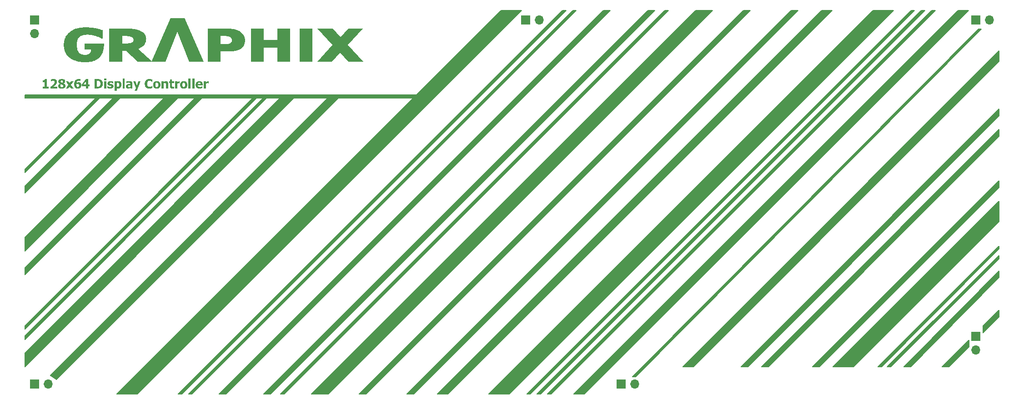
<source format=gbr>
%TF.GenerationSoftware,KiCad,Pcbnew,7.0.10*%
%TF.CreationDate,2024-08-04T08:05:15-06:00*%
%TF.ProjectId,display_card_cover,64697370-6c61-4795-9f63-6172645f636f,rev?*%
%TF.SameCoordinates,Original*%
%TF.FileFunction,Soldermask,Top*%
%TF.FilePolarity,Negative*%
%FSLAX46Y46*%
G04 Gerber Fmt 4.6, Leading zero omitted, Abs format (unit mm)*
G04 Created by KiCad (PCBNEW 7.0.10) date 2024-08-04 08:05:15*
%MOMM*%
%LPD*%
G01*
G04 APERTURE LIST*
%ADD10C,0.200000*%
%ADD11C,1.000000*%
%ADD12C,0.425000*%
%ADD13R,1.700000X1.700000*%
%ADD14O,1.700000X1.700000*%
G04 APERTURE END LIST*
D10*
X659231600Y-436778400D02*
X657326600Y-436778400D01*
X728878400Y-365226600D01*
X730783400Y-365226600D01*
X659231600Y-436778400D01*
G36*
X659231600Y-436778400D02*
G01*
X657326600Y-436778400D01*
X728878400Y-365226600D01*
X730783400Y-365226600D01*
X659231600Y-436778400D01*
G37*
X600811600Y-436778400D02*
X599541600Y-436778400D01*
X671093400Y-365226600D01*
X672363400Y-365226600D01*
X600811600Y-436778400D01*
G36*
X600811600Y-436778400D02*
G01*
X599541600Y-436778400D01*
X671093400Y-365226600D01*
X672363400Y-365226600D01*
X600811600Y-436778400D01*
G37*
X555091600Y-399313400D02*
X555091600Y-398043400D01*
X571500000Y-381635000D01*
X572770000Y-381635000D01*
X555091600Y-399313400D01*
G36*
X555091600Y-399313400D02*
G01*
X555091600Y-398043400D01*
X571500000Y-381635000D01*
X572770000Y-381635000D01*
X555091600Y-399313400D01*
G37*
X736498400Y-411581600D02*
X716280000Y-431698400D01*
X715645000Y-431698400D01*
X736498400Y-410946600D01*
X736498400Y-411581600D01*
G36*
X736498400Y-411581600D02*
G01*
X716280000Y-431698400D01*
X715645000Y-431698400D01*
X736498400Y-410946600D01*
X736498400Y-411581600D01*
G37*
X633831600Y-436778400D02*
X631926600Y-436778400D01*
X703478400Y-365226600D01*
X705383400Y-365226600D01*
X633831600Y-436778400D01*
G36*
X633831600Y-436778400D02*
G01*
X631926600Y-436778400D01*
X703478400Y-365226600D01*
X705383400Y-365226600D01*
X633831600Y-436778400D01*
G37*
X560908200Y-434136800D02*
X559841400Y-433298600D01*
X611505000Y-381635000D01*
X613410000Y-381635000D01*
X560908200Y-434136800D01*
G36*
X560908200Y-434136800D02*
G01*
X559841400Y-433298600D01*
X611505000Y-381635000D01*
X613410000Y-381635000D01*
X560908200Y-434136800D01*
G37*
X584301600Y-436778400D02*
X583666600Y-436778400D01*
X655218400Y-365226600D01*
X655853400Y-365226600D01*
X584301600Y-436778400D01*
G36*
X584301600Y-436778400D02*
G01*
X583666600Y-436778400D01*
X655218400Y-365226600D01*
X655853400Y-365226600D01*
X584301600Y-436778400D01*
G37*
X730859600Y-428015400D02*
X727176600Y-431698400D01*
X725906600Y-431698400D01*
X730859600Y-426745400D01*
X730859600Y-428015400D01*
G36*
X730859600Y-428015400D02*
G01*
X727176600Y-431698400D01*
X725906600Y-431698400D01*
X730859600Y-426745400D01*
X730859600Y-428015400D01*
G37*
X736498400Y-422376600D02*
X733475800Y-425399200D01*
X733475800Y-424129200D01*
X736498400Y-421132000D01*
X736498400Y-422376600D01*
G36*
X736498400Y-422376600D02*
G01*
X733475800Y-425399200D01*
X733475800Y-424129200D01*
X736498400Y-421132000D01*
X736498400Y-422376600D01*
G37*
X618591600Y-436778400D02*
X617321600Y-436778400D01*
X688873400Y-365226600D01*
X690143400Y-365226600D01*
X618591600Y-436778400D01*
G36*
X618591600Y-436778400D02*
G01*
X617321600Y-436778400D01*
X688873400Y-365226600D01*
X690143400Y-365226600D01*
X618591600Y-436778400D01*
G37*
X555091600Y-424713400D02*
X555091600Y-424078400D01*
X597535000Y-381635000D01*
X598170000Y-381635000D01*
X555091600Y-424713400D01*
G36*
X555091600Y-424713400D02*
G01*
X555091600Y-424078400D01*
X597535000Y-381635000D01*
X598170000Y-381635000D01*
X555091600Y-424713400D01*
G37*
X576021200Y-436778400D02*
X572211200Y-436778400D01*
X643763000Y-365226600D01*
X647573000Y-365226600D01*
X576021200Y-436778400D01*
G36*
X576021200Y-436778400D02*
G01*
X572211200Y-436778400D01*
X643763000Y-365226600D01*
X647573000Y-365226600D01*
X576021200Y-436778400D01*
G37*
X611606600Y-436778400D02*
X608431600Y-436778400D01*
X679983400Y-365226600D01*
X683158400Y-365226600D01*
X611606600Y-436778400D01*
G36*
X611606600Y-436778400D02*
G01*
X608431600Y-436778400D01*
X679983400Y-365226600D01*
X683158400Y-365226600D01*
X611606600Y-436778400D01*
G37*
X592556600Y-436778400D02*
X591286600Y-436778400D01*
X662838400Y-365226600D01*
X664108400Y-365226600D01*
X592556600Y-436778400D01*
G36*
X592556600Y-436778400D02*
G01*
X591286600Y-436778400D01*
X662838400Y-365226600D01*
X664108400Y-365226600D01*
X592556600Y-436778400D01*
G37*
X555091600Y-414553400D02*
X555091600Y-413283400D01*
X586740000Y-381635000D01*
X588010000Y-381635000D01*
X555091600Y-414553400D01*
G36*
X555091600Y-414553400D02*
G01*
X555091600Y-413283400D01*
X586740000Y-381635000D01*
X588010000Y-381635000D01*
X555091600Y-414553400D01*
G37*
X736498400Y-398246600D02*
X703046600Y-431698400D01*
X701776600Y-431698400D01*
X736498400Y-396976600D01*
X736498400Y-398246600D01*
G36*
X736498400Y-398246600D02*
G01*
X703046600Y-431698400D01*
X701776600Y-431698400D01*
X736498400Y-396976600D01*
X736498400Y-398246600D01*
G37*
X555091600Y-426618400D02*
X555091600Y-425983400D01*
X599440000Y-381635000D01*
X600075000Y-381635000D01*
X555091600Y-426618400D01*
G36*
X555091600Y-426618400D02*
G01*
X555091600Y-425983400D01*
X599440000Y-381635000D01*
X600075000Y-381635000D01*
X555091600Y-426618400D01*
G37*
X555091600Y-410108400D02*
X555091600Y-407568400D01*
X581025000Y-381635000D01*
X583565000Y-381635000D01*
X555091600Y-410108400D01*
G36*
X555091600Y-410108400D02*
G01*
X555091600Y-407568400D01*
X581025000Y-381635000D01*
X583565000Y-381635000D01*
X555091600Y-410108400D01*
G37*
X651078200Y-436778400D02*
X650443200Y-436778400D01*
X721995000Y-365226600D01*
X722630000Y-365226600D01*
X651078200Y-436778400D01*
G36*
X651078200Y-436778400D02*
G01*
X650443200Y-436778400D01*
X721995000Y-365226600D01*
X722630000Y-365226600D01*
X651078200Y-436778400D01*
G37*
X555091600Y-431698400D02*
X555091600Y-429158400D01*
X602615000Y-381635000D01*
X605155000Y-381635000D01*
X555091600Y-431698400D01*
G36*
X555091600Y-431698400D02*
G01*
X555091600Y-429158400D01*
X602615000Y-381635000D01*
X605155000Y-381635000D01*
X555091600Y-431698400D01*
G37*
X627481600Y-436778400D02*
X626211600Y-436778400D01*
X697763400Y-365226600D01*
X699033400Y-365226600D01*
X627481600Y-436778400D01*
G36*
X627481600Y-436778400D02*
G01*
X626211600Y-436778400D01*
X697763400Y-365226600D01*
X699033400Y-365226600D01*
X627481600Y-436778400D01*
G37*
X555091600Y-395503400D02*
X555091600Y-394868400D01*
X568325000Y-381635000D01*
X568960000Y-381635000D01*
X555091600Y-395503400D01*
G36*
X555091600Y-395503400D02*
G01*
X555091600Y-394868400D01*
X568325000Y-381635000D01*
X568960000Y-381635000D01*
X555091600Y-395503400D01*
G37*
X736498400Y-388721600D02*
X693521600Y-431698400D01*
X692251600Y-431698400D01*
X736498400Y-387451600D01*
X736498400Y-388721600D01*
G36*
X736498400Y-388721600D02*
G01*
X693521600Y-431698400D01*
X692251600Y-431698400D01*
X736498400Y-387451600D01*
X736498400Y-388721600D01*
G37*
X736498400Y-409676600D02*
X714578200Y-431698400D01*
X713943200Y-431698400D01*
X736498400Y-409168600D01*
X736498400Y-409676600D01*
G36*
X736498400Y-409676600D02*
G01*
X714578200Y-431698400D01*
X713943200Y-431698400D01*
X736498400Y-409168600D01*
X736498400Y-409676600D01*
G37*
X629285000Y-381635000D02*
X555091600Y-381635000D01*
X555091600Y-381000000D01*
X629920000Y-381000000D01*
X629285000Y-381635000D01*
G36*
X629285000Y-381635000D02*
G01*
X555091600Y-381635000D01*
X555091600Y-381000000D01*
X629920000Y-381000000D01*
X629285000Y-381635000D01*
G37*
X645261600Y-436778400D02*
X641451600Y-436778400D01*
X713003400Y-365226600D01*
X716813400Y-365226600D01*
X645261600Y-436778400D01*
G36*
X645261600Y-436778400D02*
G01*
X641451600Y-436778400D01*
X713003400Y-365226600D01*
X716813400Y-365226600D01*
X645261600Y-436778400D01*
G37*
X653034000Y-436778400D02*
X652399000Y-436778400D01*
X723950800Y-365226600D01*
X724585800Y-365226600D01*
X653034000Y-436778400D01*
G36*
X653034000Y-436778400D02*
G01*
X652399000Y-436778400D01*
X723950800Y-365226600D01*
X724585800Y-365226600D01*
X653034000Y-436778400D01*
G37*
X668832800Y-433628800D02*
X668197800Y-433628800D01*
X732688400Y-368706400D01*
X733196400Y-368706400D01*
X668832800Y-433628800D01*
G36*
X668832800Y-433628800D02*
G01*
X668197800Y-433628800D01*
X732688400Y-368706400D01*
X733196400Y-368706400D01*
X668832800Y-433628800D01*
G37*
X736498400Y-384911600D02*
X689711600Y-431698400D01*
X688441600Y-431698400D01*
X736498400Y-383641600D01*
X736498400Y-384911600D01*
G36*
X736498400Y-384911600D02*
G01*
X689711600Y-431698400D01*
X688441600Y-431698400D01*
X736498400Y-383641600D01*
X736498400Y-384911600D01*
G37*
X736498400Y-415061400D02*
X720026500Y-431698400D01*
X718756500Y-431698400D01*
X736498400Y-413842200D01*
X736498400Y-415061400D01*
G36*
X736498400Y-415061400D02*
G01*
X720026500Y-431698400D01*
X718756500Y-431698400D01*
X736498400Y-413842200D01*
X736498400Y-415061400D01*
G37*
X736498400Y-404596600D02*
X709396600Y-431698400D01*
X705586600Y-431698400D01*
X736498400Y-400786600D01*
X736498400Y-404596600D01*
G36*
X736498400Y-404596600D02*
G01*
X709396600Y-431698400D01*
X705586600Y-431698400D01*
X736498400Y-400786600D01*
X736498400Y-404596600D01*
G37*
X649173200Y-436778400D02*
X648538200Y-436778400D01*
X720090000Y-365226600D01*
X720725000Y-365226600D01*
X649173200Y-436778400D01*
G36*
X649173200Y-436778400D02*
G01*
X648538200Y-436778400D01*
X720090000Y-365226600D01*
X720725000Y-365226600D01*
X649173200Y-436778400D01*
G37*
X736498400Y-374726200D02*
X679551600Y-431698400D01*
X677646600Y-431698400D01*
X736498400Y-372821200D01*
X736498400Y-374726200D01*
G36*
X736498400Y-374726200D02*
G01*
X679551600Y-431698400D01*
X677646600Y-431698400D01*
X736498400Y-372821200D01*
X736498400Y-374726200D01*
G37*
X586206600Y-436778400D02*
X585571600Y-436778400D01*
X657123400Y-365226600D01*
X657758400Y-365226600D01*
X586206600Y-436778400D01*
G36*
X586206600Y-436778400D02*
G01*
X585571600Y-436778400D01*
X657123400Y-365226600D01*
X657758400Y-365226600D01*
X586206600Y-436778400D01*
G37*
X603351600Y-436778400D02*
X602716600Y-436778400D01*
X674268400Y-365226600D01*
X674903400Y-365226600D01*
X603351600Y-436778400D01*
G36*
X603351600Y-436778400D02*
G01*
X602716600Y-436778400D01*
X674268400Y-365226600D01*
X674903400Y-365226600D01*
X603351600Y-436778400D01*
G37*
D11*
G36*
X569827407Y-371418586D02*
G01*
X569824018Y-371634009D01*
X569813850Y-371842592D01*
X569796903Y-372044337D01*
X569773177Y-372239242D01*
X569742673Y-372427309D01*
X569705391Y-372608538D01*
X569661329Y-372782927D01*
X569610489Y-372950478D01*
X569552870Y-373111189D01*
X569488472Y-373265062D01*
X569417296Y-373412096D01*
X569339341Y-373552292D01*
X569254607Y-373685648D01*
X569163095Y-373812166D01*
X569064804Y-373931845D01*
X568959734Y-374044685D01*
X568847886Y-374150687D01*
X568729259Y-374249849D01*
X568603853Y-374342173D01*
X568471668Y-374427658D01*
X568332705Y-374506304D01*
X568186963Y-374578112D01*
X568034443Y-374643080D01*
X567875143Y-374701210D01*
X567709065Y-374752501D01*
X567536209Y-374796953D01*
X567356573Y-374834567D01*
X567170159Y-374865341D01*
X566976967Y-374889277D01*
X566776995Y-374906374D01*
X566570245Y-374916632D01*
X566356716Y-374920052D01*
X566239069Y-374919205D01*
X566123044Y-374916663D01*
X566008641Y-374912427D01*
X565895860Y-374906496D01*
X565784701Y-374898871D01*
X565675164Y-374889552D01*
X565567249Y-374878538D01*
X565460956Y-374865830D01*
X565356284Y-374851427D01*
X565253235Y-374835330D01*
X565151807Y-374817539D01*
X565052001Y-374798053D01*
X564953818Y-374776872D01*
X564857256Y-374753997D01*
X564762316Y-374729428D01*
X564668998Y-374703164D01*
X564577302Y-374675206D01*
X564398776Y-374614206D01*
X564226737Y-374546429D01*
X564061186Y-374471874D01*
X563902123Y-374390541D01*
X563749548Y-374302430D01*
X563603460Y-374207542D01*
X563463860Y-374105876D01*
X563396493Y-374052501D01*
X563267540Y-373941493D01*
X563146907Y-373825355D01*
X563034594Y-373704089D01*
X562930600Y-373577693D01*
X562834925Y-373446168D01*
X562747570Y-373309515D01*
X562668535Y-373167732D01*
X562632137Y-373094917D01*
X562597819Y-373020819D01*
X562565581Y-372945440D01*
X562535422Y-372868778D01*
X562507344Y-372790834D01*
X562481345Y-372711608D01*
X562457427Y-372631099D01*
X562435588Y-372549309D01*
X562415829Y-372466236D01*
X562398150Y-372381880D01*
X562382551Y-372296243D01*
X562369032Y-372209323D01*
X562357593Y-372121120D01*
X562348233Y-372031636D01*
X562340954Y-371940869D01*
X562335754Y-371848820D01*
X562332634Y-371755489D01*
X562331594Y-371660875D01*
X562332670Y-371567821D01*
X562335897Y-371475991D01*
X562341276Y-371385387D01*
X562348806Y-371296007D01*
X562358487Y-371207853D01*
X562370320Y-371120923D01*
X562384304Y-371035219D01*
X562400440Y-370950739D01*
X562418727Y-370867485D01*
X562439166Y-370785455D01*
X562461756Y-370704651D01*
X562486497Y-370625072D01*
X562513390Y-370546718D01*
X562542435Y-370469588D01*
X562573631Y-370393684D01*
X562606978Y-370319005D01*
X562642477Y-370245551D01*
X562680127Y-370173322D01*
X562761881Y-370032539D01*
X562852242Y-369896656D01*
X562951208Y-369765673D01*
X563058779Y-369639590D01*
X563174957Y-369518408D01*
X563299740Y-369402125D01*
X563433129Y-369290743D01*
X563574141Y-369184978D01*
X563721183Y-369086037D01*
X563874255Y-368993919D01*
X564033356Y-368908625D01*
X564198487Y-368830154D01*
X564369648Y-368758507D01*
X564546839Y-368693683D01*
X564637695Y-368663830D01*
X564730059Y-368635683D01*
X564823930Y-368609242D01*
X564919309Y-368584507D01*
X565016195Y-368561477D01*
X565114589Y-368540154D01*
X565214490Y-368520536D01*
X565315898Y-368502624D01*
X565418814Y-368486419D01*
X565523237Y-368471919D01*
X565629168Y-368459124D01*
X565736606Y-368448036D01*
X565845552Y-368438654D01*
X565956005Y-368430977D01*
X566067966Y-368425007D01*
X566181434Y-368420742D01*
X566296409Y-368418183D01*
X566412892Y-368417330D01*
X566520657Y-368417840D01*
X566627797Y-368419368D01*
X566734312Y-368421916D01*
X566840203Y-368425482D01*
X566945468Y-368430067D01*
X567050108Y-368435671D01*
X567154124Y-368442295D01*
X567257514Y-368449937D01*
X567360280Y-368458598D01*
X567462421Y-368468278D01*
X567563937Y-368478977D01*
X567664827Y-368490695D01*
X567765093Y-368503432D01*
X567864734Y-368517187D01*
X567963751Y-368531962D01*
X568062142Y-368547756D01*
X568159908Y-368564569D01*
X568257050Y-368582400D01*
X568353566Y-368601251D01*
X568449458Y-368621120D01*
X568544724Y-368642009D01*
X568639366Y-368663916D01*
X568733383Y-368686843D01*
X568826775Y-368710788D01*
X568919542Y-368735752D01*
X569011684Y-368761736D01*
X569194093Y-368816759D01*
X569374003Y-368875858D01*
X569551413Y-368939033D01*
X569551413Y-370543220D01*
X569373115Y-370543220D01*
X569292701Y-370497058D01*
X569212049Y-370452362D01*
X569050028Y-370367365D01*
X568887053Y-370288230D01*
X568723124Y-370214958D01*
X568558241Y-370147547D01*
X568392404Y-370085997D01*
X568225613Y-370030310D01*
X568057868Y-369980484D01*
X567889168Y-369936521D01*
X567719515Y-369898419D01*
X567548907Y-369866179D01*
X567377346Y-369839801D01*
X567204830Y-369819284D01*
X567031361Y-369804630D01*
X566856937Y-369795837D01*
X566681559Y-369792906D01*
X566549973Y-369794745D01*
X566423272Y-369800264D01*
X566301456Y-369809461D01*
X566184525Y-369822337D01*
X566072479Y-369838892D01*
X565965317Y-369859126D01*
X565863040Y-369883039D01*
X565765648Y-369910631D01*
X565673142Y-369941902D01*
X565585519Y-369976851D01*
X565463245Y-370036174D01*
X565351962Y-370103774D01*
X565251670Y-370179651D01*
X565162369Y-370263806D01*
X565091221Y-370348820D01*
X565027071Y-370442661D01*
X564969920Y-370545329D01*
X564935707Y-370618678D01*
X564904604Y-370695950D01*
X564876612Y-370777146D01*
X564851729Y-370862264D01*
X564829957Y-370951306D01*
X564811296Y-371044271D01*
X564795744Y-371141159D01*
X564783303Y-371241970D01*
X564773972Y-371346705D01*
X564767752Y-371455362D01*
X564764642Y-371567943D01*
X564764253Y-371625704D01*
X564765760Y-371751466D01*
X564770283Y-371872786D01*
X564777820Y-371989664D01*
X564788372Y-372102100D01*
X564801939Y-372210093D01*
X564818521Y-372313645D01*
X564838117Y-372412754D01*
X564860729Y-372507421D01*
X564886355Y-372597646D01*
X564914996Y-372683428D01*
X564946653Y-372764769D01*
X564981324Y-372841667D01*
X565019010Y-372914123D01*
X565081191Y-373014479D01*
X565150157Y-373104839D01*
X565222063Y-373183407D01*
X565301310Y-373254247D01*
X565387900Y-373317359D01*
X565481831Y-373372743D01*
X565583103Y-373420399D01*
X565691717Y-373460327D01*
X565807673Y-373492527D01*
X565930970Y-373516999D01*
X566061609Y-373533743D01*
X566199590Y-373542759D01*
X566295655Y-373544476D01*
X566408694Y-373540721D01*
X566517001Y-373529455D01*
X566620575Y-373510679D01*
X566719417Y-373484392D01*
X566813527Y-373450595D01*
X566902904Y-373409288D01*
X566987550Y-373360470D01*
X567067463Y-373304141D01*
X567149322Y-373232425D01*
X567220267Y-373154054D01*
X567280298Y-373069027D01*
X567329413Y-372977344D01*
X567367614Y-372879006D01*
X567389103Y-372800884D01*
X567404451Y-372719019D01*
X567413660Y-372633410D01*
X567416730Y-372544057D01*
X566171092Y-372544057D01*
X566171092Y-371418586D01*
X569827407Y-371418586D01*
G37*
G36*
X574544900Y-368669061D02*
G01*
X574704097Y-368673938D01*
X574860126Y-368682067D01*
X575012988Y-368693447D01*
X575162682Y-368708078D01*
X575309209Y-368725962D01*
X575452568Y-368747096D01*
X575592759Y-368771482D01*
X575729783Y-368799120D01*
X575863640Y-368830009D01*
X575994329Y-368864150D01*
X576121851Y-368901542D01*
X576246204Y-368942185D01*
X576367391Y-368986080D01*
X576485410Y-369033227D01*
X576600261Y-369083625D01*
X576730101Y-369147372D01*
X576851564Y-369214539D01*
X576964651Y-369285125D01*
X577069360Y-369359131D01*
X577165693Y-369436556D01*
X577253649Y-369517400D01*
X577333228Y-369601664D01*
X577404431Y-369689347D01*
X577467257Y-369780450D01*
X577521705Y-369874972D01*
X577567778Y-369972913D01*
X577605473Y-370074274D01*
X577634792Y-370179054D01*
X577655734Y-370287254D01*
X577668299Y-370398872D01*
X577672487Y-370513911D01*
X577671032Y-370597532D01*
X577666667Y-370679622D01*
X577659393Y-370760182D01*
X577649208Y-370839212D01*
X577636113Y-370916711D01*
X577601194Y-371067119D01*
X577554635Y-371211405D01*
X577496437Y-371349571D01*
X577426599Y-371481614D01*
X577345121Y-371607537D01*
X577252003Y-371727338D01*
X577147246Y-371841018D01*
X577030849Y-371948576D01*
X576902812Y-372050013D01*
X576763136Y-372145329D01*
X576611820Y-372234523D01*
X576448864Y-372317597D01*
X576363021Y-372356838D01*
X576274269Y-372394548D01*
X576182606Y-372430729D01*
X578805774Y-374795000D01*
X576072697Y-374795000D01*
X573894050Y-372794162D01*
X573193073Y-372794162D01*
X573193073Y-374795000D01*
X570789724Y-374795000D01*
X570789724Y-370043011D01*
X573193073Y-370043011D01*
X573193073Y-371418586D01*
X573757274Y-371418586D01*
X573856594Y-371418189D01*
X573997916Y-371416106D01*
X574130050Y-371412236D01*
X574252997Y-371406580D01*
X574366756Y-371399139D01*
X574471327Y-371389911D01*
X574596463Y-371374829D01*
X574705266Y-371356572D01*
X574818300Y-371329285D01*
X574856367Y-371316981D01*
X574961125Y-371274086D01*
X575051914Y-371220628D01*
X575128736Y-371156605D01*
X575191591Y-371082020D01*
X575240477Y-370996871D01*
X575275396Y-370901158D01*
X575292419Y-370822441D01*
X575301586Y-370737782D01*
X575303332Y-370678042D01*
X575290516Y-370564555D01*
X575252069Y-370462231D01*
X575187991Y-370371069D01*
X575098282Y-370291070D01*
X574982942Y-370222233D01*
X574891809Y-370182544D01*
X574789284Y-370147816D01*
X574675368Y-370118049D01*
X574550060Y-370093243D01*
X574413360Y-370073398D01*
X574265269Y-370058514D01*
X574105786Y-370048592D01*
X573934911Y-370043631D01*
X573845202Y-370043011D01*
X573193073Y-370043011D01*
X570789724Y-370043011D01*
X570789724Y-368667435D01*
X574382536Y-368667435D01*
X574544900Y-368669061D01*
G37*
G36*
X588362997Y-374795000D02*
G01*
X585698307Y-374795000D01*
X583470812Y-369286835D01*
X581245760Y-374795000D01*
X578649459Y-374795000D01*
X582166556Y-366666598D01*
X584845900Y-366666598D01*
X588362997Y-374795000D01*
G37*
G36*
X593099457Y-368669679D02*
G01*
X593275865Y-368676411D01*
X593447350Y-368687631D01*
X593613913Y-368703339D01*
X593775552Y-368723534D01*
X593932268Y-368748218D01*
X594084061Y-368777390D01*
X594230931Y-368811050D01*
X594372878Y-368849197D01*
X594509902Y-368891833D01*
X594642003Y-368938957D01*
X594769181Y-368990568D01*
X594891436Y-369046668D01*
X595008768Y-369107255D01*
X595121177Y-369172331D01*
X595228663Y-369241894D01*
X595330701Y-369315388D01*
X595426156Y-369392256D01*
X595515028Y-369472498D01*
X595597317Y-369556113D01*
X595673023Y-369643101D01*
X595742146Y-369733463D01*
X595804685Y-369827199D01*
X595860642Y-369924309D01*
X595910015Y-370024792D01*
X595952805Y-370128648D01*
X595989012Y-370235879D01*
X596018636Y-370346482D01*
X596041677Y-370460460D01*
X596058135Y-370577811D01*
X596068009Y-370698536D01*
X596071301Y-370822634D01*
X596068057Y-370958089D01*
X596058326Y-371088950D01*
X596042106Y-371215216D01*
X596019399Y-371336887D01*
X595990205Y-371453963D01*
X595954522Y-371566445D01*
X595912352Y-371674332D01*
X595863695Y-371777623D01*
X595808549Y-371876320D01*
X595746916Y-371970423D01*
X595678795Y-372059930D01*
X595604187Y-372144842D01*
X595523090Y-372225160D01*
X595435506Y-372300883D01*
X595341435Y-372372011D01*
X595240875Y-372438545D01*
X595140812Y-372496751D01*
X595034795Y-372551202D01*
X594922825Y-372601897D01*
X594804902Y-372648838D01*
X594681025Y-372692023D01*
X594551195Y-372731453D01*
X594415411Y-372767127D01*
X594273674Y-372799047D01*
X594125983Y-372827211D01*
X593972339Y-372851620D01*
X593812742Y-372872274D01*
X593647191Y-372889173D01*
X593475686Y-372902316D01*
X593298229Y-372911704D01*
X593114818Y-372917337D01*
X592925453Y-372919214D01*
X591523499Y-372919214D01*
X591523499Y-374795000D01*
X589127477Y-374795000D01*
X589127477Y-370043011D01*
X591523499Y-370043011D01*
X591523499Y-371543639D01*
X592478489Y-371543639D01*
X592617497Y-371540761D01*
X592747537Y-371532129D01*
X592868609Y-371517741D01*
X592980713Y-371497599D01*
X593083848Y-371471702D01*
X593178015Y-371440049D01*
X593302451Y-371381780D01*
X593406707Y-371310562D01*
X593490785Y-371226396D01*
X593554684Y-371129281D01*
X593598404Y-371019217D01*
X593616341Y-370938647D01*
X593625309Y-370852323D01*
X593626430Y-370807002D01*
X593621540Y-370719342D01*
X593606872Y-370635880D01*
X593582423Y-370556615D01*
X593548196Y-370481549D01*
X593504189Y-370410680D01*
X593450403Y-370344009D01*
X593426151Y-370318517D01*
X593351504Y-370253945D01*
X593264340Y-370197983D01*
X593164658Y-370150630D01*
X593052459Y-370111887D01*
X592927743Y-370081754D01*
X592825991Y-370064804D01*
X592717198Y-370052696D01*
X592601364Y-370045432D01*
X592478489Y-370043011D01*
X591523499Y-370043011D01*
X589127477Y-370043011D01*
X589127477Y-368667435D01*
X592918126Y-368667435D01*
X593099457Y-368669679D01*
G37*
G36*
X604463485Y-374795000D02*
G01*
X602057693Y-374795000D01*
X602057693Y-372168900D01*
X599571301Y-372168900D01*
X599571301Y-374795000D01*
X597167951Y-374795000D01*
X597167951Y-368667435D01*
X599571301Y-368667435D01*
X599571301Y-370793325D01*
X602057693Y-370793325D01*
X602057693Y-368667435D01*
X604463485Y-368667435D01*
X604463485Y-374795000D01*
G37*
G36*
X608657135Y-374795000D02*
G01*
X606253785Y-374795000D01*
X606253785Y-368667435D01*
X608657135Y-368667435D01*
X608657135Y-374795000D01*
G37*
G36*
X618084909Y-374795000D02*
G01*
X615268789Y-374795000D01*
X613798447Y-373157595D01*
X612286584Y-374795000D01*
X609526639Y-374795000D01*
X612362299Y-371739033D01*
X609573046Y-368667435D01*
X612391608Y-368667435D01*
X613832641Y-370255990D01*
X615283443Y-368667435D01*
X618050715Y-368667435D01*
X615254134Y-371678461D01*
X618084909Y-374795000D01*
G37*
D12*
G36*
X559541845Y-379800501D02*
G01*
X558392536Y-379800501D01*
X558392536Y-379508191D01*
X558759584Y-379508191D01*
X558759584Y-378604688D01*
X558392536Y-378604688D01*
X558392536Y-378312378D01*
X558412654Y-378312215D01*
X558432734Y-378311729D01*
X558452774Y-378310918D01*
X558472776Y-378309783D01*
X558492739Y-378308323D01*
X558512662Y-378306539D01*
X558532547Y-378304430D01*
X558552393Y-378301997D01*
X558571824Y-378299097D01*
X558590255Y-378295795D01*
X558607688Y-378292091D01*
X558624121Y-378287984D01*
X558643258Y-378282285D01*
X558660833Y-378275957D01*
X558676848Y-378269001D01*
X558679863Y-378267535D01*
X558696881Y-378258235D01*
X558712643Y-378247982D01*
X558727147Y-378236777D01*
X558740394Y-378224619D01*
X558752384Y-378211507D01*
X558763117Y-378197443D01*
X558767058Y-378191551D01*
X558776141Y-378176071D01*
X558783926Y-378159477D01*
X558790414Y-378141768D01*
X558795604Y-378122943D01*
X558799497Y-378103004D01*
X558801676Y-378086249D01*
X558802766Y-378073215D01*
X559183517Y-378073215D01*
X559183517Y-379508191D01*
X559541845Y-379508191D01*
X559541845Y-379800501D01*
G37*
G36*
X561133771Y-379800501D02*
G01*
X559856161Y-379800501D01*
X559856161Y-379524799D01*
X559876325Y-379509127D01*
X559896229Y-379493561D01*
X559915874Y-379478102D01*
X559935259Y-379462751D01*
X559954385Y-379447506D01*
X559973251Y-379432369D01*
X559991858Y-379417339D01*
X560010205Y-379402415D01*
X560028293Y-379387599D01*
X560046121Y-379372890D01*
X560063690Y-379358287D01*
X560080999Y-379343792D01*
X560098049Y-379329404D01*
X560114839Y-379315123D01*
X560131370Y-379300949D01*
X560147641Y-379286882D01*
X560163661Y-379272913D01*
X560179437Y-379259031D01*
X560194970Y-379245236D01*
X560210260Y-379231529D01*
X560225307Y-379217910D01*
X560240110Y-379204378D01*
X560254670Y-379190934D01*
X560268987Y-379177577D01*
X560283060Y-379164308D01*
X560296890Y-379151127D01*
X560310477Y-379138033D01*
X560323821Y-379125027D01*
X560336921Y-379112108D01*
X560349778Y-379099277D01*
X560362392Y-379086534D01*
X560374762Y-379073878D01*
X560390372Y-379057552D01*
X560405436Y-379041478D01*
X560419956Y-379025658D01*
X560433930Y-379010091D01*
X560447360Y-378994777D01*
X560460244Y-378979716D01*
X560472584Y-378964907D01*
X560484378Y-378950352D01*
X560495628Y-378936050D01*
X560506333Y-378922001D01*
X560516493Y-378908205D01*
X560526107Y-378894662D01*
X560539508Y-378874822D01*
X560551682Y-378855551D01*
X560559117Y-378843020D01*
X560569357Y-378824284D01*
X560578590Y-378805446D01*
X560586815Y-378786506D01*
X560594034Y-378767464D01*
X560600245Y-378748320D01*
X560605449Y-378729073D01*
X560609645Y-378709724D01*
X560612835Y-378690273D01*
X560615017Y-378670720D01*
X560616192Y-378651065D01*
X560616416Y-378637905D01*
X560615777Y-378616124D01*
X560613862Y-378595314D01*
X560610668Y-378575475D01*
X560606198Y-378556607D01*
X560600450Y-378538710D01*
X560593425Y-378521783D01*
X560585123Y-378505827D01*
X560575544Y-378490841D01*
X560564687Y-378476827D01*
X560552553Y-378463783D01*
X560543754Y-378455626D01*
X560529704Y-378444273D01*
X560514647Y-378434037D01*
X560498582Y-378424917D01*
X560481511Y-378416914D01*
X560463432Y-378410028D01*
X560444346Y-378404258D01*
X560424253Y-378399605D01*
X560403152Y-378396069D01*
X560381045Y-378393650D01*
X560357930Y-378392347D01*
X560341960Y-378392099D01*
X560321372Y-378392443D01*
X560301128Y-378393477D01*
X560281229Y-378395200D01*
X560261675Y-378397613D01*
X560242465Y-378400715D01*
X560223600Y-378404506D01*
X560216151Y-378406216D01*
X560197685Y-378410700D01*
X560179139Y-378415591D01*
X560160511Y-378420886D01*
X560141802Y-378426587D01*
X560123012Y-378432694D01*
X560104141Y-378439206D01*
X560096570Y-378441924D01*
X560078430Y-378449211D01*
X560061122Y-378456538D01*
X560044646Y-378463905D01*
X560029000Y-378471313D01*
X560011323Y-378480257D01*
X559994842Y-378489258D01*
X559979861Y-378497725D01*
X559964264Y-378506569D01*
X559948921Y-378515315D01*
X559933464Y-378524203D01*
X559932145Y-378524967D01*
X559898098Y-378524967D01*
X559898098Y-378152936D01*
X559917769Y-378144392D01*
X559934225Y-378137941D01*
X559952140Y-378131454D01*
X559971516Y-378124930D01*
X559992351Y-378118369D01*
X560014646Y-378111773D01*
X560038401Y-378105139D01*
X560055048Y-378100697D01*
X560072345Y-378096238D01*
X560090290Y-378091763D01*
X560108883Y-378087272D01*
X560128126Y-378082765D01*
X560147647Y-378078391D01*
X560167078Y-378074299D01*
X560186418Y-378070489D01*
X560205667Y-378066961D01*
X560224825Y-378063715D01*
X560243892Y-378060752D01*
X560262869Y-378058071D01*
X560281755Y-378055672D01*
X560300549Y-378053556D01*
X560319253Y-378051721D01*
X560337867Y-378050169D01*
X560356389Y-378048899D01*
X560374821Y-378047911D01*
X560393161Y-378047206D01*
X560411411Y-378046783D01*
X560429570Y-378046641D01*
X560448757Y-378046775D01*
X560467652Y-378047177D01*
X560486253Y-378047846D01*
X560504562Y-378048782D01*
X560522578Y-378049987D01*
X560540301Y-378051459D01*
X560557731Y-378053198D01*
X560574869Y-378055205D01*
X560591714Y-378057480D01*
X560608266Y-378060022D01*
X560640492Y-378065910D01*
X560671547Y-378072868D01*
X560701431Y-378080897D01*
X560730144Y-378089996D01*
X560757686Y-378100165D01*
X560784057Y-378111405D01*
X560809257Y-378123715D01*
X560833285Y-378137096D01*
X560856143Y-378151548D01*
X560877830Y-378167069D01*
X560898346Y-378183662D01*
X560917653Y-378201174D01*
X560935715Y-378219558D01*
X560952531Y-378238815D01*
X560968101Y-378258945D01*
X560982426Y-378279947D01*
X560995505Y-378301822D01*
X561007339Y-378324570D01*
X561017927Y-378348190D01*
X561027269Y-378372682D01*
X561035366Y-378398048D01*
X561042217Y-378424286D01*
X561047822Y-378451396D01*
X561052182Y-378479379D01*
X561055296Y-378508235D01*
X561057165Y-378537963D01*
X561057787Y-378568564D01*
X561057504Y-378587691D01*
X561056652Y-378606770D01*
X561055233Y-378625800D01*
X561053246Y-378644782D01*
X561050691Y-378663714D01*
X561047569Y-378682598D01*
X561043879Y-378701434D01*
X561039622Y-378720220D01*
X561034797Y-378738959D01*
X561029404Y-378757648D01*
X561023443Y-378776289D01*
X561016915Y-378794881D01*
X561009819Y-378813424D01*
X561002155Y-378831919D01*
X560993924Y-378850365D01*
X560985125Y-378868763D01*
X560975720Y-378887168D01*
X560965565Y-378905743D01*
X560954660Y-378924486D01*
X560943007Y-378943397D01*
X560930604Y-378962478D01*
X560917452Y-378981727D01*
X560903550Y-379001144D01*
X560888900Y-379020731D01*
X560873499Y-379040486D01*
X560857350Y-379060410D01*
X560840451Y-379080502D01*
X560822803Y-379100763D01*
X560804405Y-379121193D01*
X560785259Y-379141791D01*
X560765362Y-379162558D01*
X560744717Y-379183494D01*
X560731608Y-379196329D01*
X560718545Y-379208984D01*
X560705528Y-379221462D01*
X560692556Y-379233761D01*
X560679629Y-379245882D01*
X560666748Y-379257824D01*
X560653912Y-379269588D01*
X560641121Y-379281173D01*
X560628376Y-379292580D01*
X560615677Y-379303809D01*
X560603022Y-379314859D01*
X560590413Y-379325731D01*
X560571585Y-379341704D01*
X560552859Y-379357275D01*
X560540432Y-379367434D01*
X560522307Y-379382125D01*
X560505146Y-379395991D01*
X560488947Y-379409032D01*
X560473713Y-379421249D01*
X560459441Y-379432641D01*
X560446133Y-379443208D01*
X560429888Y-379456015D01*
X560415356Y-379467355D01*
X560399599Y-379479469D01*
X560396769Y-379481617D01*
X561133771Y-379481617D01*
X561133771Y-379800501D01*
G37*
G36*
X561977944Y-378046776D02*
G01*
X561997596Y-378047180D01*
X562016923Y-378047853D01*
X562035925Y-378048795D01*
X562054603Y-378050007D01*
X562072957Y-378051488D01*
X562090986Y-378053238D01*
X562108691Y-378055257D01*
X562126072Y-378057546D01*
X562143128Y-378060103D01*
X562159860Y-378062930D01*
X562176267Y-378066027D01*
X562200270Y-378071176D01*
X562223543Y-378076931D01*
X562238653Y-378081104D01*
X562260772Y-378087678D01*
X562282133Y-378094631D01*
X562302735Y-378101964D01*
X562322578Y-378109676D01*
X562341661Y-378117768D01*
X562359986Y-378126239D01*
X562377551Y-378135090D01*
X562394357Y-378144320D01*
X562410405Y-378153930D01*
X562425693Y-378163920D01*
X562435464Y-378170790D01*
X562450079Y-378181664D01*
X562464031Y-378192954D01*
X562477318Y-378204660D01*
X562489941Y-378216781D01*
X562501900Y-378229319D01*
X562513194Y-378242273D01*
X562523825Y-378255643D01*
X562533791Y-378269429D01*
X562543093Y-378283631D01*
X562551731Y-378298249D01*
X562557121Y-378308226D01*
X562564615Y-378323449D01*
X562571373Y-378338914D01*
X562577393Y-378354620D01*
X562582676Y-378370566D01*
X562587222Y-378386753D01*
X562591031Y-378403181D01*
X562594102Y-378419850D01*
X562596436Y-378436760D01*
X562598034Y-378453911D01*
X562598894Y-378471302D01*
X562599057Y-378483030D01*
X562598426Y-378505866D01*
X562596532Y-378528287D01*
X562593375Y-378550291D01*
X562588956Y-378571879D01*
X562583274Y-378593051D01*
X562576329Y-378613808D01*
X562568122Y-378634148D01*
X562558652Y-378654072D01*
X562547919Y-378673580D01*
X562535924Y-378692672D01*
X562527226Y-378705169D01*
X562513086Y-378723495D01*
X562497603Y-378741258D01*
X562480777Y-378758460D01*
X562462608Y-378775100D01*
X562449749Y-378785881D01*
X562436294Y-378796412D01*
X562422242Y-378806693D01*
X562407592Y-378816725D01*
X562392346Y-378826507D01*
X562376503Y-378836039D01*
X562360064Y-378845321D01*
X562343027Y-378854354D01*
X562325393Y-378863136D01*
X562307163Y-378871669D01*
X562307163Y-378878728D01*
X562328399Y-378887618D01*
X562348924Y-378896848D01*
X562368739Y-378906419D01*
X562387844Y-378916331D01*
X562406238Y-378926583D01*
X562423922Y-378937176D01*
X562440895Y-378948109D01*
X562457158Y-378959383D01*
X562472711Y-378970998D01*
X562487553Y-378982953D01*
X562501685Y-378995249D01*
X562515107Y-379007885D01*
X562527818Y-379020862D01*
X562539818Y-379034180D01*
X562551108Y-379047838D01*
X562561688Y-379061837D01*
X562571593Y-379076129D01*
X562580859Y-379090772D01*
X562589486Y-379105765D01*
X562597474Y-379121108D01*
X562604823Y-379136802D01*
X562611533Y-379152846D01*
X562617604Y-379169241D01*
X562623036Y-379185985D01*
X562627829Y-379203081D01*
X562631983Y-379220526D01*
X562635497Y-379238322D01*
X562638373Y-379256468D01*
X562640610Y-379274964D01*
X562642207Y-379293811D01*
X562643166Y-379313008D01*
X562643485Y-379332556D01*
X562643080Y-379353285D01*
X562641865Y-379373744D01*
X562639840Y-379393934D01*
X562637004Y-379413853D01*
X562633358Y-379433502D01*
X562628902Y-379452881D01*
X562623636Y-379471991D01*
X562617560Y-379490830D01*
X562610674Y-379509399D01*
X562602978Y-379527698D01*
X562597397Y-379539747D01*
X562588379Y-379557427D01*
X562578610Y-379574654D01*
X562568089Y-379591429D01*
X562556816Y-379607751D01*
X562544791Y-379623621D01*
X562532015Y-379639038D01*
X562518487Y-379654003D01*
X562504207Y-379668515D01*
X562489176Y-379682574D01*
X562473392Y-379696182D01*
X562462452Y-379705002D01*
X562445449Y-379717814D01*
X562427759Y-379730094D01*
X562409384Y-379741842D01*
X562390322Y-379753056D01*
X562370574Y-379763738D01*
X562350141Y-379773886D01*
X562329021Y-379783502D01*
X562307215Y-379792586D01*
X562284723Y-379801136D01*
X562261545Y-379809153D01*
X562245711Y-379814203D01*
X562229583Y-379818979D01*
X562213169Y-379823447D01*
X562196470Y-379827608D01*
X562179485Y-379831460D01*
X562162215Y-379835004D01*
X562144659Y-379838239D01*
X562126818Y-379841167D01*
X562108691Y-379843786D01*
X562090279Y-379846098D01*
X562071581Y-379848101D01*
X562052598Y-379849796D01*
X562033330Y-379851182D01*
X562013776Y-379852261D01*
X561993937Y-379853031D01*
X561973812Y-379853494D01*
X561953401Y-379853648D01*
X561931668Y-379853490D01*
X561910271Y-379853018D01*
X561889212Y-379852232D01*
X561868490Y-379851131D01*
X561848106Y-379849715D01*
X561828059Y-379847984D01*
X561808349Y-379845939D01*
X561788977Y-379843579D01*
X561769942Y-379840904D01*
X561751245Y-379837915D01*
X561732885Y-379834611D01*
X561714862Y-379830993D01*
X561697176Y-379827060D01*
X561679828Y-379822812D01*
X561662817Y-379818249D01*
X561646144Y-379813372D01*
X561629827Y-379808278D01*
X561613887Y-379802959D01*
X561590682Y-379794562D01*
X561568324Y-379785662D01*
X561546812Y-379776257D01*
X561526147Y-379766349D01*
X561506329Y-379755938D01*
X561487357Y-379745023D01*
X561469232Y-379733604D01*
X561451954Y-379721681D01*
X561435522Y-379709255D01*
X561430233Y-379705002D01*
X561415042Y-379691944D01*
X561400610Y-379678464D01*
X561386938Y-379664560D01*
X561374024Y-379650232D01*
X561361869Y-379635482D01*
X561350473Y-379620308D01*
X561339837Y-379604711D01*
X561329959Y-379588690D01*
X561320841Y-379572246D01*
X561312482Y-379555379D01*
X561307330Y-379543899D01*
X561300281Y-379526372D01*
X561293925Y-379508671D01*
X561288263Y-379490794D01*
X561283293Y-379472742D01*
X561279018Y-379454515D01*
X561275435Y-379436112D01*
X561272546Y-379417535D01*
X561270350Y-379398782D01*
X561268848Y-379379854D01*
X561268039Y-379360751D01*
X561267885Y-379347919D01*
X561268206Y-379329534D01*
X561269170Y-379311542D01*
X561270737Y-379294356D01*
X561694309Y-379294356D01*
X561694984Y-379316736D01*
X561697009Y-379338255D01*
X561700385Y-379358913D01*
X561705111Y-379378709D01*
X561711187Y-379397644D01*
X561718613Y-379415718D01*
X561727390Y-379432931D01*
X561737517Y-379449282D01*
X561748994Y-379464773D01*
X561761821Y-379479401D01*
X561771123Y-379488676D01*
X561786034Y-379501661D01*
X561801807Y-379513369D01*
X561818440Y-379523800D01*
X561835935Y-379532954D01*
X561854291Y-379540831D01*
X561873509Y-379547430D01*
X561893587Y-379552752D01*
X561914527Y-379556797D01*
X561936328Y-379559564D01*
X561958991Y-379561054D01*
X561974577Y-379561338D01*
X561992198Y-379560637D01*
X562011012Y-379558535D01*
X562028454Y-379555546D01*
X562046810Y-379551485D01*
X562052222Y-379550127D01*
X562068362Y-379545500D01*
X562086269Y-379539031D01*
X562103183Y-379531410D01*
X562119103Y-379522637D01*
X562129867Y-379515664D01*
X562143369Y-379505208D01*
X562155850Y-379494080D01*
X562169120Y-379480249D01*
X562180998Y-379465503D01*
X562190073Y-379452137D01*
X562198971Y-379434919D01*
X562204859Y-379418201D01*
X562209141Y-379399672D01*
X562211482Y-379382848D01*
X562212709Y-379364768D01*
X562212909Y-379353316D01*
X562212345Y-379332556D01*
X562210652Y-379313041D01*
X562207830Y-379294771D01*
X562203879Y-379277748D01*
X562197352Y-379258220D01*
X562189062Y-379240638D01*
X562179008Y-379225003D01*
X562176786Y-379222109D01*
X562163470Y-379207443D01*
X562149898Y-379195330D01*
X562133730Y-379182880D01*
X562119902Y-379173322D01*
X562104614Y-379163573D01*
X562087866Y-379153635D01*
X562069658Y-379143506D01*
X562049990Y-379133189D01*
X562028863Y-379122681D01*
X562021496Y-379119136D01*
X562005170Y-379111654D01*
X561988899Y-379104609D01*
X561970526Y-379096979D01*
X561953609Y-379090175D01*
X561935233Y-379082966D01*
X561923506Y-379078445D01*
X561907851Y-379072379D01*
X561888921Y-379064961D01*
X561870701Y-379057725D01*
X561853190Y-379050672D01*
X561836389Y-379043801D01*
X561820298Y-379037113D01*
X561810983Y-379033187D01*
X561797073Y-379047987D01*
X561783630Y-379063842D01*
X561773210Y-379077284D01*
X561763090Y-379091401D01*
X561753267Y-379106193D01*
X561743743Y-379121660D01*
X561734518Y-379137801D01*
X561730017Y-379146125D01*
X561721648Y-379163155D01*
X561714395Y-379180614D01*
X561708257Y-379198500D01*
X561703236Y-379216815D01*
X561699330Y-379235558D01*
X561696540Y-379254729D01*
X561694867Y-379274329D01*
X561694309Y-379294356D01*
X561270737Y-379294356D01*
X561270775Y-379293942D01*
X561273023Y-379276735D01*
X561275914Y-379259921D01*
X561279446Y-379243499D01*
X561285949Y-379219602D01*
X561293897Y-379196588D01*
X561303291Y-379174457D01*
X561314129Y-379153210D01*
X561326413Y-379132845D01*
X561340142Y-379113364D01*
X561350097Y-379100867D01*
X561366239Y-379082623D01*
X561383681Y-379064948D01*
X561396030Y-379053481D01*
X561408957Y-379042267D01*
X561422461Y-379031306D01*
X561436543Y-379020598D01*
X561451202Y-379010143D01*
X561466438Y-378999941D01*
X561482252Y-378989992D01*
X561498643Y-378980296D01*
X561515611Y-378970853D01*
X561533157Y-378961664D01*
X561551281Y-378952727D01*
X561569982Y-378944043D01*
X561589260Y-378935612D01*
X561589260Y-378928969D01*
X561570518Y-378919557D01*
X561552494Y-378909901D01*
X561535186Y-378900003D01*
X561518596Y-378889861D01*
X561502722Y-378879476D01*
X561487565Y-378868847D01*
X561473125Y-378857975D01*
X561459402Y-378846860D01*
X561446396Y-378835502D01*
X561434106Y-378823900D01*
X561417017Y-378806042D01*
X561401540Y-378787636D01*
X561387676Y-378768682D01*
X561375425Y-378749182D01*
X561364592Y-378729118D01*
X561354823Y-378708630D01*
X561346121Y-378687720D01*
X561338484Y-378666386D01*
X561331913Y-378644628D01*
X561326407Y-378622448D01*
X561321967Y-378599844D01*
X561318593Y-378576816D01*
X561316284Y-378553366D01*
X561315041Y-378529492D01*
X561314804Y-378513341D01*
X561314986Y-378504621D01*
X561745795Y-378504621D01*
X561746346Y-378521638D01*
X561748587Y-378541724D01*
X561752550Y-378560492D01*
X561758237Y-378577942D01*
X561765647Y-378594074D01*
X561774781Y-378608888D01*
X561781088Y-378617144D01*
X561793200Y-378630227D01*
X561807217Y-378643006D01*
X561823141Y-378655480D01*
X561837251Y-378665241D01*
X561852582Y-378674807D01*
X561869132Y-378684178D01*
X561886902Y-378693355D01*
X561891535Y-378695619D01*
X561908688Y-378703794D01*
X561924932Y-378711074D01*
X561942329Y-378718474D01*
X561958157Y-378724911D01*
X561969180Y-378729251D01*
X561987047Y-378736156D01*
X562003542Y-378742467D01*
X562021496Y-378749285D01*
X562040911Y-378756610D01*
X562057493Y-378762835D01*
X562075010Y-378769385D01*
X562088761Y-378774510D01*
X562099790Y-378759731D01*
X562110040Y-378745081D01*
X562119513Y-378730562D01*
X562128206Y-378716172D01*
X562137978Y-378698367D01*
X562146534Y-378680766D01*
X562153873Y-378663366D01*
X562155195Y-378659911D01*
X562161295Y-378642149D01*
X562166362Y-378623636D01*
X562170394Y-378604374D01*
X562173393Y-378584362D01*
X562175047Y-378567811D01*
X562176040Y-378550781D01*
X562176371Y-378533271D01*
X562175456Y-378511719D01*
X562172712Y-378491283D01*
X562168138Y-378471962D01*
X562161734Y-378453758D01*
X562153502Y-378436669D01*
X562143439Y-378420696D01*
X562131547Y-378405839D01*
X562117826Y-378392099D01*
X562102632Y-378379642D01*
X562086114Y-378368847D01*
X562068273Y-378359712D01*
X562049108Y-378352238D01*
X562028620Y-378346425D01*
X562006808Y-378342273D01*
X561989581Y-378340249D01*
X561971609Y-378339159D01*
X561959214Y-378338951D01*
X561941630Y-378339371D01*
X561924687Y-378340630D01*
X561903096Y-378343614D01*
X561882647Y-378348091D01*
X561863339Y-378354060D01*
X561845174Y-378361520D01*
X561828150Y-378370473D01*
X561812268Y-378380919D01*
X561804755Y-378386701D01*
X561790936Y-378398988D01*
X561778960Y-378411977D01*
X561768826Y-378425666D01*
X561758750Y-378443763D01*
X561751553Y-378462954D01*
X561747234Y-378483240D01*
X561745853Y-378500257D01*
X561745795Y-378504621D01*
X561314986Y-378504621D01*
X561315173Y-378495615D01*
X561316278Y-378478093D01*
X561318121Y-378460776D01*
X561320701Y-378443663D01*
X561324019Y-378426754D01*
X561328073Y-378410050D01*
X561332865Y-378393550D01*
X561338393Y-378377255D01*
X561344659Y-378361164D01*
X561351662Y-378345277D01*
X561356741Y-378334799D01*
X561364976Y-378319230D01*
X561373956Y-378303974D01*
X561383680Y-378289033D01*
X561394149Y-378274405D01*
X561405362Y-378260091D01*
X561417320Y-378246091D01*
X561430022Y-378232405D01*
X561443468Y-378219033D01*
X561457659Y-378205974D01*
X561472595Y-378193229D01*
X561482965Y-378184907D01*
X561498211Y-378173371D01*
X561514208Y-378162272D01*
X561530958Y-378151611D01*
X561548459Y-378141388D01*
X561566711Y-378131603D01*
X561585716Y-378122256D01*
X561605472Y-378113346D01*
X561625980Y-378104875D01*
X561647240Y-378096842D01*
X561669252Y-378089246D01*
X561684344Y-378084426D01*
X561707491Y-378077673D01*
X561731157Y-378071585D01*
X561755341Y-378066161D01*
X561771752Y-378062914D01*
X561788393Y-378059962D01*
X561805264Y-378057305D01*
X561822366Y-378054944D01*
X561839698Y-378052877D01*
X561857260Y-378051106D01*
X561875052Y-378049630D01*
X561893075Y-378048450D01*
X561911328Y-378047564D01*
X561929812Y-378046974D01*
X561948526Y-378046678D01*
X561957969Y-378046641D01*
X561977944Y-378046776D01*
G37*
G36*
X564159427Y-379800501D02*
G01*
X563680687Y-379800501D01*
X563430729Y-379452552D01*
X563173712Y-379800501D01*
X562704521Y-379800501D01*
X563186584Y-379151108D01*
X562712411Y-378498393D01*
X563191566Y-378498393D01*
X563436542Y-378835961D01*
X563683178Y-378498393D01*
X564153614Y-378498393D01*
X563678196Y-379138236D01*
X564159427Y-379800501D01*
G37*
G36*
X565176491Y-378046817D02*
G01*
X565197875Y-378047342D01*
X565219258Y-378048218D01*
X565240642Y-378049444D01*
X565262025Y-378051021D01*
X565283408Y-378052948D01*
X565304792Y-378055225D01*
X565326175Y-378057852D01*
X565346813Y-378060584D01*
X565365750Y-378063172D01*
X565382988Y-378065618D01*
X565402145Y-378068475D01*
X565418646Y-378071108D01*
X565437286Y-378074421D01*
X565443681Y-378075706D01*
X565443681Y-378418672D01*
X565412124Y-378418672D01*
X565394478Y-378410939D01*
X565377973Y-378404798D01*
X565362078Y-378399458D01*
X565344237Y-378393915D01*
X565324450Y-378388169D01*
X565311643Y-378384625D01*
X565293795Y-378380148D01*
X565275338Y-378376269D01*
X565256270Y-378372986D01*
X565236593Y-378370300D01*
X565216306Y-378368211D01*
X565195409Y-378366719D01*
X565173903Y-378365823D01*
X565151786Y-378365525D01*
X565126565Y-378365942D01*
X565102077Y-378367192D01*
X565078322Y-378369276D01*
X565055301Y-378372194D01*
X565033012Y-378375946D01*
X565011457Y-378380531D01*
X564990635Y-378385950D01*
X564970546Y-378392202D01*
X564951190Y-378399289D01*
X564932567Y-378407208D01*
X564914677Y-378415962D01*
X564897520Y-378425549D01*
X564881096Y-378435970D01*
X564865406Y-378447225D01*
X564850448Y-378459313D01*
X564836224Y-378472235D01*
X564822699Y-378485935D01*
X564809839Y-378500359D01*
X564797643Y-378515506D01*
X564786113Y-378531377D01*
X564775248Y-378547970D01*
X564765048Y-378565288D01*
X564755512Y-378583328D01*
X564746642Y-378602092D01*
X564738437Y-378621580D01*
X564730896Y-378641791D01*
X564724021Y-378662725D01*
X564717811Y-378684382D01*
X564712265Y-378706763D01*
X564707385Y-378729868D01*
X564703170Y-378753695D01*
X564699619Y-378778246D01*
X564715604Y-378768163D01*
X564731641Y-378758467D01*
X564747728Y-378749158D01*
X564763867Y-378740235D01*
X564780057Y-378731699D01*
X564796297Y-378723550D01*
X564812589Y-378715788D01*
X564828932Y-378708413D01*
X564845326Y-378701424D01*
X564861771Y-378694823D01*
X564872763Y-378690637D01*
X564889543Y-378684775D01*
X564906716Y-378679489D01*
X564924284Y-378674780D01*
X564942246Y-378670648D01*
X564960602Y-378667092D01*
X564979353Y-378664113D01*
X564998497Y-378661711D01*
X565018036Y-378659885D01*
X565037968Y-378658636D01*
X565058295Y-378657963D01*
X565072065Y-378657835D01*
X565089483Y-378658057D01*
X565106705Y-378658725D01*
X565123729Y-378659838D01*
X565140556Y-378661397D01*
X565157186Y-378663400D01*
X565173619Y-378665849D01*
X565195223Y-378669806D01*
X565216476Y-378674555D01*
X565237380Y-378680096D01*
X565247700Y-378683163D01*
X565268065Y-378689748D01*
X565287846Y-378697046D01*
X565307043Y-378705059D01*
X565325656Y-378713785D01*
X565343686Y-378723224D01*
X565361131Y-378733378D01*
X565377993Y-378744244D01*
X565394270Y-378755825D01*
X565410839Y-378769202D01*
X565426759Y-378783331D01*
X565442029Y-378798212D01*
X565456650Y-378813845D01*
X565470620Y-378830229D01*
X565483942Y-378847365D01*
X565496613Y-378865253D01*
X565508635Y-378883892D01*
X565520008Y-378903284D01*
X565530731Y-378923427D01*
X565537519Y-378937273D01*
X565547017Y-378958848D01*
X565555580Y-378981532D01*
X565563210Y-379005326D01*
X565567777Y-379021805D01*
X565571929Y-379038776D01*
X565575666Y-379056241D01*
X565578988Y-379074199D01*
X565581895Y-379092650D01*
X565584386Y-379111594D01*
X565586462Y-379131031D01*
X565588123Y-379150962D01*
X565589368Y-379171385D01*
X565590199Y-379192301D01*
X565590614Y-379213711D01*
X565590666Y-379224600D01*
X565590496Y-379241684D01*
X565589986Y-379258578D01*
X565589137Y-379275281D01*
X565586419Y-379308115D01*
X565582341Y-379340187D01*
X565576904Y-379371497D01*
X565570108Y-379402044D01*
X565561953Y-379431829D01*
X565552439Y-379460852D01*
X565541566Y-379489112D01*
X565529333Y-379516610D01*
X565515742Y-379543346D01*
X565500791Y-379569320D01*
X565484481Y-379594531D01*
X565466811Y-379618980D01*
X565447783Y-379642667D01*
X565427395Y-379665591D01*
X565416692Y-379676767D01*
X565394439Y-379698186D01*
X565371174Y-379718223D01*
X565346897Y-379736879D01*
X565321608Y-379754152D01*
X565295307Y-379770044D01*
X565267994Y-379784554D01*
X565239668Y-379797682D01*
X565210331Y-379809428D01*
X565179982Y-379819792D01*
X565148620Y-379828774D01*
X565116246Y-379836374D01*
X565099680Y-379839656D01*
X565082861Y-379842593D01*
X565065788Y-379845184D01*
X565048463Y-379847429D01*
X565030884Y-379849329D01*
X565013053Y-379850884D01*
X564994969Y-379852093D01*
X564976631Y-379852957D01*
X564958041Y-379853475D01*
X564939197Y-379853648D01*
X564920329Y-379853476D01*
X564901718Y-379852960D01*
X564883362Y-379852100D01*
X564865263Y-379850897D01*
X564847420Y-379849350D01*
X564829834Y-379847458D01*
X564812504Y-379845223D01*
X564795430Y-379842645D01*
X564778612Y-379839722D01*
X564762050Y-379836455D01*
X564745745Y-379832845D01*
X564721768Y-379826785D01*
X564698367Y-379819951D01*
X564675543Y-379812343D01*
X564668063Y-379809635D01*
X564646111Y-379801096D01*
X564624787Y-379791826D01*
X564604090Y-379781827D01*
X564584021Y-379771098D01*
X564564580Y-379759639D01*
X564545767Y-379747451D01*
X564527581Y-379734532D01*
X564510023Y-379720883D01*
X564493092Y-379706505D01*
X564476789Y-379691397D01*
X564466270Y-379680919D01*
X564454047Y-379668132D01*
X564442187Y-379654891D01*
X564430691Y-379641195D01*
X564419558Y-379627045D01*
X564408789Y-379612442D01*
X564398382Y-379597384D01*
X564388339Y-379581871D01*
X564378660Y-379565905D01*
X564369343Y-379549485D01*
X564360390Y-379532610D01*
X564351801Y-379515282D01*
X564343574Y-379497499D01*
X564335711Y-379479262D01*
X564328211Y-379460571D01*
X564321075Y-379441426D01*
X564314302Y-379421826D01*
X564307966Y-379401708D01*
X564302040Y-379381110D01*
X564296522Y-379360031D01*
X564291413Y-379338472D01*
X564286713Y-379316434D01*
X564282421Y-379293915D01*
X564278538Y-379270916D01*
X564275064Y-379247437D01*
X564271999Y-379223478D01*
X564269342Y-379199039D01*
X564267094Y-379174119D01*
X564265255Y-379148720D01*
X564263824Y-379122841D01*
X564262988Y-379101282D01*
X564695052Y-379101282D01*
X564695154Y-379120200D01*
X564695461Y-379138651D01*
X564695971Y-379156635D01*
X564696687Y-379174152D01*
X564697606Y-379191202D01*
X564698730Y-379207784D01*
X564700800Y-379231782D01*
X564703329Y-379254729D01*
X564706317Y-379276625D01*
X564709766Y-379297470D01*
X564713674Y-379317264D01*
X564718043Y-379336007D01*
X564721210Y-379347919D01*
X564726306Y-379365038D01*
X564731628Y-379381361D01*
X564739076Y-379401888D01*
X564746926Y-379421001D01*
X564755178Y-379438699D01*
X564763833Y-379454983D01*
X564772890Y-379469853D01*
X564784776Y-379486452D01*
X564787229Y-379489506D01*
X564798902Y-379503086D01*
X564811188Y-379515178D01*
X564824087Y-379525780D01*
X564839911Y-379536268D01*
X564856570Y-379544729D01*
X564874006Y-379551201D01*
X564891799Y-379556083D01*
X564909951Y-379559375D01*
X564928460Y-379561078D01*
X564939197Y-379561338D01*
X564956999Y-379560222D01*
X564975528Y-379556874D01*
X564992337Y-379552114D01*
X565009702Y-379545646D01*
X565014766Y-379543484D01*
X565029713Y-379536020D01*
X565045972Y-379525762D01*
X565060958Y-379513835D01*
X565074673Y-379500239D01*
X565083691Y-379489506D01*
X565093936Y-379475829D01*
X565103389Y-379461787D01*
X565112052Y-379447381D01*
X565119925Y-379432609D01*
X565127007Y-379417472D01*
X565133298Y-379401971D01*
X565135593Y-379395668D01*
X565140856Y-379378431D01*
X565145227Y-379358639D01*
X565148081Y-379340967D01*
X565150365Y-379321660D01*
X565152078Y-379300717D01*
X565152988Y-379283938D01*
X565153577Y-379266238D01*
X565153844Y-379247619D01*
X565153862Y-379241209D01*
X565153531Y-379220182D01*
X565152539Y-379200077D01*
X565150884Y-379180893D01*
X565148568Y-379162630D01*
X565145590Y-379145288D01*
X565141951Y-379128868D01*
X565136471Y-379109638D01*
X565132686Y-379098791D01*
X565125763Y-379081702D01*
X565117967Y-379065728D01*
X565109300Y-379050869D01*
X565099761Y-379037125D01*
X565087164Y-379022105D01*
X565073311Y-379008690D01*
X565058465Y-378996963D01*
X565042890Y-378986696D01*
X565026585Y-378977889D01*
X565009550Y-378970542D01*
X564991785Y-378964654D01*
X564985701Y-378963016D01*
X564967123Y-378958642D01*
X564948137Y-378955173D01*
X564928742Y-378952608D01*
X564908938Y-378950949D01*
X564892123Y-378950258D01*
X564881898Y-378950145D01*
X564864668Y-378950568D01*
X564847234Y-378951838D01*
X564829595Y-378953955D01*
X564811753Y-378956918D01*
X564793705Y-378960728D01*
X564787644Y-378962186D01*
X564769802Y-378966906D01*
X564752397Y-378972034D01*
X564735430Y-378977571D01*
X564718901Y-378983517D01*
X564702810Y-378989872D01*
X564697543Y-378992081D01*
X564697192Y-379009328D01*
X564696520Y-379026864D01*
X564696297Y-379031942D01*
X564695641Y-379050488D01*
X564695290Y-379067369D01*
X564695096Y-379086067D01*
X564695052Y-379101282D01*
X564262988Y-379101282D01*
X564262802Y-379096481D01*
X564262189Y-379069642D01*
X564261985Y-379042322D01*
X564262176Y-379013925D01*
X564262750Y-378985931D01*
X564263707Y-378958339D01*
X564265047Y-378931149D01*
X564266770Y-378904361D01*
X564268875Y-378877975D01*
X564271363Y-378851992D01*
X564274234Y-378826411D01*
X564277487Y-378801232D01*
X564281124Y-378776456D01*
X564285143Y-378752082D01*
X564289545Y-378728110D01*
X564294329Y-378704540D01*
X564299497Y-378681372D01*
X564305047Y-378658607D01*
X564310980Y-378636244D01*
X564317346Y-378614190D01*
X564324195Y-378592458D01*
X564331528Y-378571047D01*
X564339344Y-378549957D01*
X564347644Y-378529189D01*
X564356426Y-378508741D01*
X564365692Y-378488614D01*
X564375442Y-378468809D01*
X564385674Y-378449325D01*
X564396391Y-378430162D01*
X564407590Y-378411320D01*
X564419273Y-378392799D01*
X564431439Y-378374600D01*
X564444088Y-378356721D01*
X564457221Y-378339164D01*
X564470837Y-378321928D01*
X564484378Y-378305956D01*
X564498429Y-378290430D01*
X564512989Y-378275348D01*
X564528058Y-378260710D01*
X564543637Y-378246516D01*
X564559725Y-378232767D01*
X564576322Y-378219462D01*
X564593428Y-378206602D01*
X564611044Y-378194186D01*
X564629169Y-378182215D01*
X564647804Y-378170688D01*
X564666947Y-378159605D01*
X564686600Y-378148967D01*
X564706762Y-378138773D01*
X564727434Y-378129024D01*
X564748614Y-378119719D01*
X564770346Y-378110870D01*
X564792568Y-378102591D01*
X564815280Y-378094884D01*
X564838482Y-378087748D01*
X564862173Y-378081182D01*
X564886355Y-378075187D01*
X564911026Y-378069764D01*
X564936187Y-378064911D01*
X564961837Y-378060629D01*
X564987978Y-378056918D01*
X565014608Y-378053778D01*
X565041729Y-378051209D01*
X565069339Y-378049211D01*
X565097438Y-378047783D01*
X565126028Y-378046927D01*
X565155108Y-378046641D01*
X565176491Y-378046817D01*
G37*
G36*
X566901078Y-379083013D02*
G01*
X567135673Y-379083013D01*
X567135673Y-379401896D01*
X566901078Y-379401896D01*
X566901078Y-379800501D01*
X566479637Y-379800501D01*
X566479637Y-379401896D01*
X565714815Y-379401896D01*
X565714815Y-379083013D01*
X566039096Y-379083013D01*
X566479637Y-379083013D01*
X566479637Y-378497147D01*
X566039096Y-379083013D01*
X565714815Y-379083013D01*
X565714815Y-379071387D01*
X566465519Y-378073215D01*
X566901078Y-378073215D01*
X566901078Y-379083013D01*
G37*
G36*
X568615037Y-378073306D02*
G01*
X568637653Y-378073578D01*
X568660088Y-378074033D01*
X568682341Y-378074668D01*
X568704412Y-378075486D01*
X568726301Y-378076485D01*
X568748009Y-378077666D01*
X568769535Y-378079028D01*
X568790880Y-378080572D01*
X568812043Y-378082298D01*
X568833024Y-378084205D01*
X568853824Y-378086294D01*
X568874442Y-378088565D01*
X568894878Y-378091017D01*
X568915132Y-378093651D01*
X568935205Y-378096467D01*
X568955160Y-378099631D01*
X568974956Y-378103312D01*
X568994592Y-378107507D01*
X569014070Y-378112219D01*
X569033389Y-378117447D01*
X569052548Y-378123190D01*
X569071549Y-378129449D01*
X569090391Y-378136224D01*
X569109074Y-378143514D01*
X569127598Y-378151321D01*
X569145963Y-378159643D01*
X569164169Y-378168480D01*
X569182216Y-378177834D01*
X569200105Y-378187704D01*
X569217834Y-378198089D01*
X569235404Y-378208990D01*
X569256608Y-378222886D01*
X569277243Y-378237380D01*
X569297312Y-378252470D01*
X569316812Y-378268158D01*
X569335745Y-378284442D01*
X569354110Y-378301323D01*
X569371907Y-378318801D01*
X569389137Y-378336875D01*
X569405799Y-378355547D01*
X569421893Y-378374815D01*
X569437420Y-378394681D01*
X569452379Y-378415143D01*
X569466770Y-378436202D01*
X569480594Y-378457858D01*
X569493850Y-378480111D01*
X569506538Y-378502960D01*
X569518555Y-378526363D01*
X569529797Y-378550275D01*
X569540263Y-378574697D01*
X569549954Y-378599627D01*
X569558870Y-378625067D01*
X569567010Y-378651016D01*
X569574375Y-378677475D01*
X569580965Y-378704442D01*
X569586780Y-378731919D01*
X569591819Y-378759906D01*
X569596083Y-378788401D01*
X569599572Y-378817406D01*
X569602285Y-378846920D01*
X569604224Y-378876944D01*
X569605386Y-378907477D01*
X569605774Y-378938519D01*
X569605359Y-378968477D01*
X569604113Y-378998043D01*
X569602037Y-379027217D01*
X569599131Y-379055998D01*
X569595394Y-379084386D01*
X569590826Y-379112383D01*
X569585429Y-379139986D01*
X569579200Y-379167197D01*
X569572142Y-379194016D01*
X569564253Y-379220442D01*
X569555533Y-379246475D01*
X569545983Y-379272116D01*
X569535603Y-379297365D01*
X569524392Y-379322221D01*
X569512351Y-379346684D01*
X569499480Y-379370755D01*
X569485974Y-379394233D01*
X569472030Y-379417019D01*
X569457649Y-379439114D01*
X569442829Y-379460519D01*
X569427572Y-379481233D01*
X569411876Y-379501255D01*
X569395743Y-379520587D01*
X569379172Y-379539228D01*
X569362163Y-379557178D01*
X569344716Y-379574437D01*
X569326831Y-379591005D01*
X569308508Y-379606882D01*
X569289747Y-379622068D01*
X569270548Y-379636563D01*
X569250911Y-379650367D01*
X569230837Y-379663480D01*
X569213823Y-379674136D01*
X569196621Y-379684306D01*
X569179230Y-379693989D01*
X569161652Y-379703185D01*
X569143885Y-379711895D01*
X569125931Y-379720118D01*
X569107788Y-379727854D01*
X569089457Y-379735104D01*
X569070938Y-379741868D01*
X569052231Y-379748145D01*
X569033335Y-379753935D01*
X569014252Y-379759239D01*
X568994980Y-379764056D01*
X568975520Y-379768386D01*
X568955872Y-379772230D01*
X568936036Y-379775588D01*
X568916026Y-379778605D01*
X568895857Y-379781427D01*
X568875530Y-379784054D01*
X568855043Y-379786487D01*
X568834398Y-379788725D01*
X568813593Y-379790769D01*
X568792630Y-379792618D01*
X568771508Y-379794272D01*
X568750226Y-379795732D01*
X568728786Y-379796997D01*
X568707187Y-379798068D01*
X568685429Y-379798943D01*
X568663512Y-379799625D01*
X568641436Y-379800111D01*
X568619201Y-379800403D01*
X568596807Y-379800501D01*
X568052463Y-379800501D01*
X568052463Y-378392099D01*
X568489267Y-378392099D01*
X568489267Y-379481617D01*
X568497571Y-379481617D01*
X568515764Y-379481598D01*
X568533597Y-379481539D01*
X568551070Y-379481442D01*
X568568183Y-379481306D01*
X568584936Y-379481130D01*
X568609390Y-379480795D01*
X568633034Y-379480371D01*
X568655868Y-379479860D01*
X568677892Y-379479262D01*
X568699105Y-379478576D01*
X568719509Y-379477802D01*
X568739102Y-379476941D01*
X568745453Y-379476634D01*
X568764358Y-379475166D01*
X568783080Y-379472786D01*
X568801620Y-379469493D01*
X568819977Y-379465287D01*
X568838152Y-379460170D01*
X568856145Y-379454140D01*
X568873955Y-379447198D01*
X568891582Y-379439343D01*
X568909027Y-379430576D01*
X568926290Y-379420897D01*
X568937697Y-379413937D01*
X568957408Y-379400721D01*
X568976214Y-379386606D01*
X568994115Y-379371594D01*
X569011111Y-379355684D01*
X569027203Y-379338877D01*
X569042389Y-379321171D01*
X569056670Y-379302568D01*
X569070046Y-379283067D01*
X569082517Y-379262669D01*
X569094083Y-379241373D01*
X569101290Y-379226676D01*
X569111308Y-379203869D01*
X569117439Y-379188150D01*
X569123132Y-379172018D01*
X569128387Y-379155474D01*
X569133204Y-379138519D01*
X569137583Y-379121151D01*
X569141524Y-379103372D01*
X569145028Y-379085180D01*
X569148093Y-379066577D01*
X569150721Y-379047561D01*
X569152910Y-379028134D01*
X569154662Y-379008294D01*
X569155976Y-378988043D01*
X569156852Y-378967380D01*
X569157289Y-378946304D01*
X569157344Y-378935612D01*
X569157114Y-378914320D01*
X569156423Y-378893416D01*
X569155271Y-378872902D01*
X569153659Y-378852777D01*
X569151586Y-378833042D01*
X569149053Y-378813695D01*
X569146059Y-378794738D01*
X569142604Y-378776170D01*
X569138689Y-378757992D01*
X569134313Y-378740203D01*
X569129476Y-378722803D01*
X569124179Y-378705792D01*
X569118421Y-378689170D01*
X569112203Y-378672938D01*
X569105524Y-378657095D01*
X569098384Y-378641641D01*
X569090766Y-378626590D01*
X569082651Y-378611954D01*
X569074041Y-378597733D01*
X569060194Y-378577180D01*
X569045230Y-378557561D01*
X569029150Y-378538876D01*
X569011953Y-378521126D01*
X568993640Y-378504310D01*
X568980810Y-378493618D01*
X568967485Y-378483342D01*
X568953662Y-378473480D01*
X568939344Y-378464034D01*
X568924529Y-378455003D01*
X568916936Y-378450644D01*
X568900199Y-378441847D01*
X568883309Y-378433832D01*
X568866265Y-378426598D01*
X568849068Y-378420145D01*
X568831718Y-378414473D01*
X568814215Y-378409581D01*
X568796558Y-378405471D01*
X568778748Y-378402142D01*
X568760785Y-378399593D01*
X568742668Y-378397826D01*
X568730505Y-378397081D01*
X568711878Y-378396191D01*
X568692586Y-378395388D01*
X568672631Y-378394673D01*
X568652011Y-378394045D01*
X568630727Y-378393505D01*
X568608778Y-378393052D01*
X568586166Y-378392687D01*
X568562889Y-378392410D01*
X568538948Y-378392220D01*
X568514343Y-378392118D01*
X568497571Y-378392099D01*
X568489267Y-378392099D01*
X568052463Y-378392099D01*
X568052463Y-378073215D01*
X568592240Y-378073215D01*
X568615037Y-378073306D01*
G37*
G36*
X570239804Y-379800501D02*
G01*
X569831235Y-379800501D01*
X569831235Y-378498393D01*
X570239804Y-378498393D01*
X570239804Y-379800501D01*
G37*
G36*
X570251430Y-378312378D02*
G01*
X569819609Y-378312378D01*
X569819609Y-377993494D01*
X570251430Y-377993494D01*
X570251430Y-378312378D01*
G37*
G36*
X570948157Y-379827074D02*
G01*
X570930105Y-379826951D01*
X570912176Y-379826581D01*
X570894371Y-379825965D01*
X570876689Y-379825102D01*
X570859130Y-379823992D01*
X570841694Y-379822637D01*
X570824382Y-379821034D01*
X570807192Y-379819185D01*
X570790127Y-379817090D01*
X570773184Y-379814747D01*
X570756365Y-379812159D01*
X570739668Y-379809324D01*
X570723096Y-379806242D01*
X570706646Y-379802914D01*
X570690320Y-379799339D01*
X570674117Y-379795518D01*
X570650373Y-379789506D01*
X570627410Y-379783305D01*
X570605228Y-379776914D01*
X570583827Y-379770333D01*
X570563207Y-379763562D01*
X570543368Y-379756601D01*
X570524310Y-379749451D01*
X570506033Y-379742111D01*
X570488537Y-379734581D01*
X570471822Y-379726862D01*
X570461113Y-379721610D01*
X570461113Y-379375323D01*
X570495160Y-379375323D01*
X570510211Y-379385988D01*
X570524233Y-379395789D01*
X570539049Y-379406027D01*
X570554660Y-379416702D01*
X570561594Y-379421411D01*
X570576629Y-379430841D01*
X570593708Y-379440446D01*
X570609502Y-379448584D01*
X570626714Y-379456844D01*
X570645346Y-379465225D01*
X570661274Y-379472018D01*
X570665397Y-379473728D01*
X570683658Y-379481351D01*
X570702629Y-379488650D01*
X570718316Y-379494255D01*
X570734457Y-379499653D01*
X570751053Y-379504843D01*
X570768102Y-379509826D01*
X570785606Y-379514601D01*
X570794528Y-379516910D01*
X570812675Y-379521095D01*
X570831197Y-379524721D01*
X570850096Y-379527790D01*
X570869371Y-379530301D01*
X570889022Y-379532254D01*
X570909049Y-379533648D01*
X570929453Y-379534485D01*
X570950233Y-379534764D01*
X570971506Y-379534394D01*
X570992144Y-379533285D01*
X571012145Y-379531436D01*
X571031511Y-379528847D01*
X571050241Y-379525519D01*
X571068335Y-379521452D01*
X571085794Y-379516644D01*
X571102616Y-379511097D01*
X571118090Y-379504642D01*
X571134530Y-379495350D01*
X571147746Y-379484700D01*
X571159351Y-379470127D01*
X571166314Y-379453598D01*
X571168635Y-379435113D01*
X571167185Y-379416366D01*
X571162834Y-379399724D01*
X571154309Y-379383285D01*
X571141995Y-379369596D01*
X571138325Y-379366603D01*
X571122322Y-379356388D01*
X571104241Y-379347853D01*
X571086095Y-379340897D01*
X571069565Y-379335435D01*
X571051244Y-379330063D01*
X571031132Y-379324782D01*
X571020404Y-379322175D01*
X571001948Y-379317757D01*
X570985253Y-379313986D01*
X570967361Y-379310134D01*
X570948273Y-379306201D01*
X570927989Y-379302187D01*
X570910900Y-379298917D01*
X570902069Y-379297263D01*
X570884571Y-379293779D01*
X570867580Y-379290178D01*
X570851095Y-379286461D01*
X570831200Y-379281649D01*
X570812096Y-379276656D01*
X570793782Y-379271480D01*
X570776259Y-379266122D01*
X570757302Y-379259973D01*
X570738942Y-379253464D01*
X570721179Y-379246595D01*
X570704012Y-379239366D01*
X570687442Y-379231777D01*
X570671470Y-379223828D01*
X570656094Y-379215519D01*
X570641315Y-379206850D01*
X570627133Y-379197821D01*
X570606979Y-379183602D01*
X570588168Y-379168573D01*
X570570700Y-379152733D01*
X570554574Y-379136084D01*
X570544570Y-379124534D01*
X570530694Y-379106421D01*
X570518183Y-379087272D01*
X570507037Y-379067086D01*
X570497256Y-379045864D01*
X570488839Y-379023606D01*
X570481787Y-379000311D01*
X570476100Y-378975979D01*
X570473067Y-378959183D01*
X570470641Y-378941925D01*
X570468821Y-378924208D01*
X570467608Y-378906029D01*
X570467001Y-378887390D01*
X570466926Y-378877898D01*
X570467555Y-378856157D01*
X570469443Y-378834741D01*
X570472589Y-378813650D01*
X570476994Y-378792883D01*
X570482658Y-378772440D01*
X570489581Y-378752322D01*
X570497762Y-378732528D01*
X570507201Y-378713058D01*
X570517867Y-378693913D01*
X570529726Y-378675300D01*
X570539404Y-378661689D01*
X570549754Y-378648377D01*
X570560775Y-378635365D01*
X570572467Y-378622652D01*
X570584831Y-378610238D01*
X570597867Y-378598124D01*
X570611574Y-378586308D01*
X570625952Y-378574792D01*
X570640913Y-378563875D01*
X570656524Y-378553388D01*
X570672784Y-378543331D01*
X570689694Y-378533706D01*
X570707253Y-378524510D01*
X570725462Y-378515746D01*
X570744321Y-378507412D01*
X570763829Y-378499509D01*
X570783986Y-378492036D01*
X570804794Y-378484994D01*
X570819026Y-378480539D01*
X570840854Y-378474232D01*
X570863207Y-378468545D01*
X570886086Y-378463478D01*
X570909491Y-378459032D01*
X570933420Y-378455206D01*
X570957876Y-378452001D01*
X570974471Y-378450209D01*
X570991300Y-378448692D01*
X571008363Y-378447452D01*
X571025659Y-378446487D01*
X571043189Y-378445797D01*
X571060952Y-378445384D01*
X571078949Y-378445246D01*
X571096093Y-378445353D01*
X571113062Y-378445674D01*
X571129855Y-378446209D01*
X571146473Y-378446959D01*
X571171072Y-378448484D01*
X571195277Y-378450491D01*
X571219088Y-378452980D01*
X571242504Y-378455950D01*
X571265527Y-378459403D01*
X571288155Y-378463337D01*
X571310389Y-378467752D01*
X571332229Y-378472650D01*
X571353629Y-378477887D01*
X571374386Y-378483320D01*
X571394501Y-378488951D01*
X571413974Y-378494779D01*
X571432805Y-378500804D01*
X571450993Y-378507027D01*
X571468539Y-378513446D01*
X571485443Y-378520062D01*
X571501704Y-378526875D01*
X571517323Y-378533886D01*
X571527379Y-378538669D01*
X571527379Y-378870424D01*
X571494577Y-378870424D01*
X571479169Y-378860108D01*
X571463339Y-378850455D01*
X571446933Y-378840986D01*
X571430974Y-378832111D01*
X571428143Y-378830563D01*
X571411103Y-378821313D01*
X571394239Y-378812560D01*
X571377549Y-378804303D01*
X571361034Y-378796542D01*
X571344695Y-378789277D01*
X571339288Y-378786966D01*
X571322904Y-378780411D01*
X571305933Y-378774242D01*
X571288373Y-378768458D01*
X571270226Y-378763059D01*
X571251491Y-378758045D01*
X571232168Y-378753416D01*
X571224274Y-378751673D01*
X571204340Y-378747606D01*
X571184245Y-378744228D01*
X571163987Y-378741540D01*
X571143567Y-378739541D01*
X571122985Y-378738231D01*
X571102240Y-378737611D01*
X571093897Y-378737556D01*
X571072111Y-378737977D01*
X571051182Y-378739242D01*
X571031109Y-378741351D01*
X571011892Y-378744303D01*
X570993532Y-378748098D01*
X570976028Y-378752737D01*
X570959381Y-378758219D01*
X570943590Y-378764544D01*
X570926006Y-378773404D01*
X570911403Y-378783116D01*
X570897813Y-378795893D01*
X570888514Y-378809897D01*
X570883090Y-378827784D01*
X570882554Y-378835961D01*
X570884004Y-378854504D01*
X570888355Y-378871259D01*
X570895607Y-378886226D01*
X570905760Y-378899404D01*
X570912864Y-378906132D01*
X570926741Y-378915601D01*
X570942141Y-378923447D01*
X570961029Y-378931252D01*
X570978649Y-378937468D01*
X570998502Y-378943657D01*
X571014856Y-378948282D01*
X571032465Y-378952892D01*
X571044902Y-378955958D01*
X571061756Y-378959970D01*
X571079360Y-378963962D01*
X571097714Y-378967933D01*
X571116818Y-378971885D01*
X571136672Y-378975816D01*
X571153096Y-378978946D01*
X571165729Y-378981286D01*
X571182772Y-378984439D01*
X571199646Y-378987877D01*
X571216352Y-378991601D01*
X571232889Y-378995610D01*
X571249258Y-378999905D01*
X571265458Y-379004486D01*
X571281489Y-379009351D01*
X571297351Y-379014503D01*
X571314732Y-379020327D01*
X571331580Y-379026485D01*
X571347897Y-379032978D01*
X571363681Y-379039805D01*
X571378934Y-379046965D01*
X571400815Y-379058333D01*
X571421500Y-379070453D01*
X571440987Y-379083324D01*
X571459278Y-379096947D01*
X571476371Y-379111321D01*
X571492268Y-379126448D01*
X571506967Y-379142326D01*
X571511601Y-379147786D01*
X571524661Y-379164798D01*
X571536436Y-379182824D01*
X571546927Y-379201865D01*
X571556133Y-379221921D01*
X571564054Y-379242991D01*
X571570691Y-379265075D01*
X571576043Y-379288174D01*
X571580111Y-379312288D01*
X571582109Y-379328927D01*
X571583537Y-379346018D01*
X571584393Y-379363559D01*
X571584678Y-379381551D01*
X571584299Y-379398757D01*
X571583160Y-379415811D01*
X571581263Y-379432711D01*
X571578606Y-379449458D01*
X571575190Y-379466051D01*
X571571015Y-379482491D01*
X571566082Y-379498778D01*
X571560389Y-379514912D01*
X571553937Y-379530892D01*
X571546725Y-379546719D01*
X571541496Y-379557186D01*
X571533082Y-379572601D01*
X571524033Y-379587548D01*
X571514349Y-379602029D01*
X571504030Y-379616042D01*
X571493076Y-379629589D01*
X571481487Y-379642668D01*
X571469263Y-379655280D01*
X571456404Y-379667425D01*
X571442910Y-379679103D01*
X571428781Y-379690313D01*
X571419009Y-379697528D01*
X571402945Y-379708883D01*
X571386364Y-379719750D01*
X571369265Y-379730127D01*
X571351647Y-379740016D01*
X571333511Y-379749415D01*
X571314857Y-379758326D01*
X571295684Y-379766747D01*
X571275994Y-379774679D01*
X571255785Y-379782123D01*
X571235058Y-379789077D01*
X571220952Y-379793442D01*
X571199223Y-379799452D01*
X571176698Y-379804872D01*
X571153377Y-379809700D01*
X571129261Y-379813937D01*
X571112742Y-379816433D01*
X571095869Y-379818666D01*
X571078643Y-379820637D01*
X571061063Y-379822345D01*
X571043129Y-379823790D01*
X571024842Y-379824972D01*
X571006201Y-379825892D01*
X570987207Y-379826549D01*
X570967859Y-379826943D01*
X570948157Y-379827074D01*
G37*
G36*
X572608816Y-378445958D02*
G01*
X572636056Y-378448094D01*
X572662495Y-378451654D01*
X572688133Y-378456638D01*
X572712969Y-378463046D01*
X572737004Y-378470879D01*
X572760238Y-378480135D01*
X572782671Y-378490815D01*
X572804303Y-378502920D01*
X572825133Y-378516448D01*
X572845162Y-378531401D01*
X572864390Y-378547777D01*
X572882817Y-378565578D01*
X572900443Y-378584803D01*
X572917267Y-378605451D01*
X572933290Y-378627524D01*
X572948424Y-378650773D01*
X572962582Y-378675053D01*
X572975763Y-378700365D01*
X572987968Y-378726708D01*
X572999197Y-378754083D01*
X573009449Y-378782489D01*
X573018725Y-378811927D01*
X573027024Y-378842397D01*
X573034347Y-378873898D01*
X573040694Y-378906430D01*
X573043501Y-378923084D01*
X573046064Y-378939995D01*
X573048383Y-378957163D01*
X573050458Y-378974590D01*
X573052288Y-378992275D01*
X573053875Y-379010217D01*
X573055218Y-379028418D01*
X573056316Y-379046876D01*
X573057170Y-379065592D01*
X573057781Y-379084567D01*
X573058147Y-379103798D01*
X573058269Y-379123288D01*
X573058113Y-379142918D01*
X573057646Y-379162309D01*
X573056868Y-379181461D01*
X573055778Y-379200375D01*
X573054376Y-379219051D01*
X573052663Y-379237488D01*
X573050639Y-379255687D01*
X573048304Y-379273647D01*
X573045657Y-379291369D01*
X573042698Y-379308853D01*
X573039429Y-379326098D01*
X573035847Y-379343105D01*
X573031955Y-379359873D01*
X573027751Y-379376403D01*
X573023235Y-379392694D01*
X573018408Y-379408747D01*
X573013270Y-379424562D01*
X573002059Y-379455476D01*
X572989603Y-379485436D01*
X572975901Y-379514442D01*
X572960953Y-379542495D01*
X572944760Y-379569594D01*
X572927321Y-379595740D01*
X572908637Y-379620931D01*
X572898827Y-379633170D01*
X572878608Y-379656650D01*
X572857812Y-379678616D01*
X572836438Y-379699067D01*
X572814487Y-379718003D01*
X572791958Y-379735424D01*
X572768853Y-379751330D01*
X572745169Y-379765722D01*
X572720908Y-379778598D01*
X572696070Y-379789960D01*
X572670655Y-379799806D01*
X572644662Y-379808138D01*
X572618091Y-379814955D01*
X572590944Y-379820257D01*
X572563218Y-379824044D01*
X572534916Y-379826317D01*
X572506036Y-379827074D01*
X572487885Y-379826877D01*
X572470180Y-379826286D01*
X572452920Y-379825301D01*
X572436105Y-379823921D01*
X572414378Y-379821469D01*
X572393442Y-379818316D01*
X572373297Y-379814462D01*
X572353945Y-379809908D01*
X572335383Y-379804653D01*
X572317172Y-379798664D01*
X572298663Y-379791911D01*
X572279855Y-379784392D01*
X572260749Y-379776107D01*
X572241344Y-379767056D01*
X572221641Y-379757241D01*
X572206668Y-379749376D01*
X572191527Y-379741081D01*
X572181339Y-379735312D01*
X572181339Y-380278826D01*
X571772770Y-380278826D01*
X571772770Y-379508606D01*
X572181339Y-379508606D01*
X572198130Y-379515171D01*
X572215698Y-379520751D01*
X572234045Y-379525344D01*
X572250738Y-379528554D01*
X572253171Y-379528951D01*
X572270962Y-379531216D01*
X572290183Y-379532925D01*
X572307798Y-379533947D01*
X572326463Y-379534560D01*
X572346179Y-379534764D01*
X572364562Y-379534377D01*
X572382341Y-379533214D01*
X572399517Y-379531276D01*
X572416090Y-379528562D01*
X572439818Y-379523038D01*
X572462189Y-379515770D01*
X572483202Y-379506757D01*
X572502857Y-379496000D01*
X572521155Y-379483499D01*
X572538095Y-379469253D01*
X572553677Y-379453263D01*
X572567903Y-379435528D01*
X572580888Y-379415961D01*
X572592596Y-379394627D01*
X572599692Y-379379423D01*
X572606220Y-379363434D01*
X572612181Y-379346660D01*
X572617574Y-379329101D01*
X572622399Y-379310757D01*
X572626657Y-379291628D01*
X572630347Y-379271714D01*
X572633469Y-379251015D01*
X572636023Y-379229531D01*
X572638010Y-379207262D01*
X572639429Y-379184208D01*
X572640281Y-379160369D01*
X572640565Y-379135745D01*
X572640334Y-379111769D01*
X572639643Y-379088631D01*
X572638492Y-379066330D01*
X572636880Y-379044865D01*
X572634807Y-379024237D01*
X572632273Y-379004447D01*
X572629279Y-378985493D01*
X572625825Y-378967376D01*
X572621909Y-378950096D01*
X572617533Y-378933653D01*
X572610106Y-378910557D01*
X572601642Y-378889345D01*
X572592141Y-378870016D01*
X572581605Y-378852570D01*
X572569969Y-378836764D01*
X572557173Y-378822514D01*
X572543217Y-378809818D01*
X572528100Y-378798676D01*
X572511823Y-378789089D01*
X572494385Y-378781057D01*
X572475787Y-378774580D01*
X572456029Y-378769657D01*
X572435109Y-378766288D01*
X572413030Y-378764475D01*
X572397665Y-378764129D01*
X572380428Y-378764565D01*
X572363232Y-378765873D01*
X572346076Y-378768052D01*
X572328960Y-378771104D01*
X572311886Y-378775027D01*
X572294851Y-378779821D01*
X572288049Y-378781983D01*
X572271211Y-378787999D01*
X572254435Y-378794886D01*
X572237719Y-378802645D01*
X572221064Y-378811275D01*
X572204469Y-378820778D01*
X572187936Y-378831152D01*
X572181339Y-378835546D01*
X572181339Y-379508606D01*
X571772770Y-379508606D01*
X571772770Y-378498393D01*
X572181339Y-378498393D01*
X572181339Y-378619220D01*
X572198263Y-378604921D01*
X572215244Y-378591140D01*
X572232284Y-378577877D01*
X572249382Y-378565132D01*
X572266539Y-378552906D01*
X572283754Y-378541197D01*
X572301028Y-378530007D01*
X572318360Y-378519335D01*
X572335750Y-378509182D01*
X572353199Y-378499546D01*
X572364863Y-378493410D01*
X572382636Y-378484803D01*
X572400919Y-378477042D01*
X572419713Y-378470128D01*
X572439018Y-378464060D01*
X572458834Y-378458839D01*
X572479160Y-378454465D01*
X572499998Y-378450937D01*
X572521347Y-378448256D01*
X572543206Y-378446422D01*
X572565577Y-378445434D01*
X572580774Y-378445246D01*
X572608816Y-378445958D01*
G37*
G36*
X573679427Y-379800501D02*
G01*
X573270858Y-379800501D01*
X573270858Y-377993494D01*
X573679427Y-377993494D01*
X573679427Y-379800501D01*
G37*
G36*
X574490573Y-378445356D02*
G01*
X574511209Y-378445689D01*
X574531485Y-378446242D01*
X574551400Y-378447017D01*
X574570956Y-378448013D01*
X574590151Y-378449231D01*
X574608987Y-378450670D01*
X574627462Y-378452330D01*
X574645577Y-378454212D01*
X574663332Y-378456315D01*
X574680728Y-378458640D01*
X574697763Y-378461186D01*
X574714438Y-378463953D01*
X574746708Y-378470152D01*
X574777537Y-378477237D01*
X574806926Y-378485207D01*
X574834875Y-378494063D01*
X574861384Y-378503804D01*
X574886453Y-378514431D01*
X574910081Y-378525943D01*
X574932269Y-378538341D01*
X574953016Y-378551625D01*
X574962850Y-378558599D01*
X574981604Y-378573183D01*
X574999149Y-378588702D01*
X575015483Y-378605155D01*
X575030608Y-378622542D01*
X575044522Y-378640863D01*
X575057227Y-378660118D01*
X575068721Y-378680308D01*
X575079006Y-378701432D01*
X575088081Y-378723490D01*
X575095945Y-378746483D01*
X575102600Y-378770409D01*
X575108045Y-378795270D01*
X575112280Y-378821065D01*
X575115305Y-378847795D01*
X575117120Y-378875458D01*
X575117725Y-378904056D01*
X575117725Y-379800501D01*
X574711231Y-379800501D01*
X574711231Y-379661404D01*
X574698329Y-379672261D01*
X574683381Y-379684834D01*
X574669017Y-379696911D01*
X574655237Y-379708492D01*
X574642041Y-379719576D01*
X574635662Y-379724932D01*
X574622403Y-379735364D01*
X574607538Y-379745796D01*
X574591068Y-379756228D01*
X574576115Y-379764922D01*
X574560048Y-379773615D01*
X574546392Y-379780570D01*
X574529335Y-379789939D01*
X574512420Y-379798841D01*
X574495648Y-379807277D01*
X574479017Y-379815247D01*
X574462528Y-379822750D01*
X574446181Y-379829788D01*
X574439682Y-379832472D01*
X574422449Y-379838572D01*
X574403189Y-379843639D01*
X574386321Y-379846948D01*
X574368155Y-379849595D01*
X574348692Y-379851580D01*
X574327931Y-379852903D01*
X574305873Y-379853565D01*
X574294357Y-379853648D01*
X574272841Y-379853189D01*
X574251785Y-379851812D01*
X574231190Y-379849517D01*
X574211055Y-379846304D01*
X574191381Y-379842173D01*
X574172168Y-379837124D01*
X574153415Y-379831157D01*
X574135123Y-379824271D01*
X574117292Y-379816468D01*
X574099921Y-379807747D01*
X574083011Y-379798108D01*
X574066561Y-379787551D01*
X574050572Y-379776076D01*
X574035044Y-379763683D01*
X574019976Y-379750372D01*
X574005369Y-379736143D01*
X573991442Y-379721166D01*
X573978413Y-379705715D01*
X573966283Y-379689791D01*
X573955051Y-379673393D01*
X573944717Y-379656522D01*
X573935283Y-379639177D01*
X573926747Y-379621359D01*
X573919109Y-379603067D01*
X573912370Y-379584301D01*
X573906529Y-379565062D01*
X573901587Y-379545349D01*
X573897544Y-379525162D01*
X573894399Y-379504502D01*
X573892152Y-379483369D01*
X573890805Y-379461761D01*
X573890355Y-379439681D01*
X573890582Y-379421528D01*
X573891264Y-379403817D01*
X573891663Y-379397744D01*
X574303492Y-379397744D01*
X574303926Y-379414820D01*
X574305857Y-379435977D01*
X574309331Y-379455291D01*
X574314349Y-379472762D01*
X574320911Y-379488391D01*
X574331285Y-379505336D01*
X574344072Y-379519402D01*
X574352903Y-379526460D01*
X574369629Y-379536508D01*
X574388666Y-379544853D01*
X574405560Y-379550302D01*
X574423933Y-379554662D01*
X574443785Y-379557932D01*
X574465117Y-379560112D01*
X574482086Y-379561031D01*
X574499888Y-379561338D01*
X574516687Y-379560730D01*
X574533608Y-379558905D01*
X574550650Y-379555864D01*
X574567814Y-379551606D01*
X574585100Y-379546132D01*
X574602507Y-379539442D01*
X574609504Y-379536425D01*
X574626767Y-379528153D01*
X574643524Y-379518908D01*
X574659774Y-379508690D01*
X574675516Y-379497499D01*
X574690752Y-379485334D01*
X574705481Y-379472197D01*
X574711231Y-379466669D01*
X574711231Y-379189307D01*
X574692115Y-379191306D01*
X574673692Y-379193253D01*
X574655962Y-379195150D01*
X574638926Y-379196995D01*
X574617289Y-379199376D01*
X574596885Y-379201666D01*
X574577714Y-379203866D01*
X574559776Y-379205974D01*
X574543070Y-379207992D01*
X574523019Y-379210692D01*
X574503090Y-379214123D01*
X574483282Y-379218283D01*
X574463596Y-379223173D01*
X574444031Y-379228793D01*
X574424588Y-379235143D01*
X574416845Y-379237887D01*
X574400685Y-379244332D01*
X574385680Y-379251730D01*
X574369200Y-379261866D01*
X574354383Y-379273373D01*
X574341231Y-379286253D01*
X574333387Y-379295602D01*
X574323228Y-379310832D01*
X574315170Y-379327872D01*
X574309214Y-379346722D01*
X574305857Y-379363813D01*
X574303959Y-379382161D01*
X574303492Y-379397744D01*
X573891663Y-379397744D01*
X573892399Y-379386546D01*
X573893989Y-379369717D01*
X573897224Y-379345301D01*
X573901482Y-379321877D01*
X573906761Y-379299446D01*
X573913062Y-379278007D01*
X573920385Y-379257561D01*
X573928730Y-379238108D01*
X573938097Y-379219647D01*
X573948485Y-379202179D01*
X573959911Y-379185465D01*
X573972235Y-379169422D01*
X573985457Y-379154051D01*
X573999576Y-379139352D01*
X574014593Y-379125324D01*
X574030508Y-379111967D01*
X574047320Y-379099282D01*
X574065030Y-379087269D01*
X574083638Y-379075927D01*
X574103144Y-379065256D01*
X574116646Y-379058515D01*
X574137813Y-379048608D01*
X574159738Y-379039286D01*
X574182422Y-379030547D01*
X574205865Y-379022392D01*
X574221916Y-379017279D01*
X574238304Y-379012427D01*
X574255029Y-379007833D01*
X574272092Y-379003499D01*
X574289492Y-378999425D01*
X574307229Y-378995610D01*
X574325304Y-378992055D01*
X574343716Y-378988759D01*
X574362465Y-378985723D01*
X574381552Y-378982946D01*
X574400949Y-378980337D01*
X574420524Y-378977802D01*
X574440277Y-378975341D01*
X574460209Y-378972955D01*
X574480319Y-378970644D01*
X574500608Y-378968407D01*
X574521075Y-378966245D01*
X574541721Y-378964158D01*
X574562544Y-378962145D01*
X574583547Y-378960207D01*
X574604727Y-378958343D01*
X574626087Y-378956554D01*
X574647624Y-378954840D01*
X574669340Y-378953200D01*
X574691234Y-378951635D01*
X574713307Y-378950145D01*
X574713307Y-378942671D01*
X574712603Y-378921503D01*
X574710490Y-378901599D01*
X574706968Y-378882957D01*
X574702038Y-378865577D01*
X574695699Y-378849461D01*
X574687952Y-378834607D01*
X574675430Y-378816766D01*
X574660405Y-378801169D01*
X574642875Y-378787817D01*
X574633171Y-378781983D01*
X574617519Y-378774044D01*
X574600459Y-378766885D01*
X574581989Y-378760507D01*
X574562111Y-378754910D01*
X574540825Y-378750094D01*
X574518130Y-378746059D01*
X574494026Y-378742805D01*
X574477174Y-378741070D01*
X574459696Y-378739682D01*
X574441592Y-378738640D01*
X574422862Y-378737946D01*
X574403506Y-378737599D01*
X574393593Y-378737556D01*
X574375045Y-378737906D01*
X574355731Y-378738957D01*
X574335652Y-378740709D01*
X574314807Y-378743161D01*
X574293196Y-378746314D01*
X574276486Y-378749139D01*
X574259345Y-378752357D01*
X574241773Y-378755970D01*
X574223771Y-378759977D01*
X574205672Y-378764291D01*
X574187653Y-378768823D01*
X574169714Y-378773575D01*
X574151855Y-378778545D01*
X574134077Y-378783734D01*
X574116379Y-378789143D01*
X574098761Y-378794770D01*
X574081224Y-378800616D01*
X574063766Y-378806681D01*
X574046389Y-378812965D01*
X574034849Y-378817276D01*
X573999972Y-378817276D01*
X573999972Y-378508773D01*
X574016295Y-378504420D01*
X574034953Y-378499872D01*
X574055947Y-378495130D01*
X574073226Y-378491445D01*
X574091818Y-378487651D01*
X574111724Y-378483747D01*
X574132943Y-378479734D01*
X574155477Y-378475612D01*
X574179324Y-378471380D01*
X574195952Y-378468498D01*
X574212932Y-378465682D01*
X574229928Y-378463048D01*
X574246941Y-378460596D01*
X574263969Y-378458325D01*
X574281014Y-378456236D01*
X574298075Y-378454329D01*
X574315152Y-378452603D01*
X574332246Y-378451059D01*
X574349355Y-378449696D01*
X574366481Y-378448516D01*
X574383623Y-378447516D01*
X574400782Y-378446699D01*
X574417956Y-378446063D01*
X574435147Y-378445609D01*
X574452354Y-378445337D01*
X574469577Y-378445246D01*
X574490573Y-378445356D01*
G37*
G36*
X576635327Y-378498393D02*
G01*
X575973478Y-380278826D01*
X575534183Y-380278826D01*
X575732655Y-379769775D01*
X575251838Y-378498393D01*
X575681584Y-378498393D01*
X575956870Y-379315117D01*
X576215132Y-378498393D01*
X576635327Y-378498393D01*
G37*
G36*
X578250921Y-379853648D02*
G01*
X578226607Y-379853417D01*
X578202608Y-379852725D01*
X578178925Y-379851571D01*
X578155558Y-379849956D01*
X578132506Y-379847880D01*
X578109769Y-379845342D01*
X578087348Y-379842343D01*
X578065243Y-379838882D01*
X578043452Y-379834960D01*
X578021978Y-379830576D01*
X578000819Y-379825731D01*
X577979975Y-379820424D01*
X577959447Y-379814656D01*
X577939234Y-379808427D01*
X577919336Y-379801736D01*
X577899754Y-379794584D01*
X577880488Y-379786970D01*
X577861537Y-379778895D01*
X577842901Y-379770358D01*
X577824581Y-379761360D01*
X577806577Y-379751901D01*
X577788888Y-379741980D01*
X577771514Y-379731597D01*
X577754456Y-379720754D01*
X577737713Y-379709448D01*
X577721286Y-379697682D01*
X577705174Y-379685454D01*
X577689378Y-379672764D01*
X577673897Y-379659613D01*
X577658731Y-379646001D01*
X577643881Y-379631927D01*
X577629347Y-379617392D01*
X577615195Y-379602412D01*
X577601492Y-379587057D01*
X577588239Y-379571326D01*
X577575434Y-379555220D01*
X577563079Y-379538738D01*
X577551173Y-379521881D01*
X577539717Y-379504649D01*
X577528710Y-379487041D01*
X577518152Y-379469057D01*
X577508043Y-379450698D01*
X577498384Y-379431964D01*
X577489174Y-379412854D01*
X577480413Y-379393368D01*
X577472101Y-379373508D01*
X577464239Y-379353271D01*
X577456826Y-379332659D01*
X577449862Y-379311672D01*
X577443348Y-379290309D01*
X577437283Y-379268571D01*
X577431667Y-379246457D01*
X577426500Y-379223968D01*
X577421783Y-379201103D01*
X577417515Y-379177863D01*
X577413696Y-379154248D01*
X577410326Y-379130257D01*
X577407406Y-379105890D01*
X577404935Y-379081148D01*
X577402913Y-379056030D01*
X577401341Y-379030537D01*
X577400218Y-379004669D01*
X577399544Y-378978425D01*
X577399319Y-378951805D01*
X577399544Y-378926122D01*
X577400219Y-378900767D01*
X577401344Y-378875739D01*
X577402920Y-378851038D01*
X577404945Y-378826666D01*
X577407421Y-378802621D01*
X577410346Y-378778903D01*
X577413722Y-378755514D01*
X577417548Y-378732451D01*
X577421823Y-378709717D01*
X577426549Y-378687310D01*
X577431725Y-378665231D01*
X577437351Y-378643479D01*
X577443427Y-378622055D01*
X577449954Y-378600959D01*
X577456930Y-378580190D01*
X577464356Y-378559749D01*
X577472233Y-378539635D01*
X577480559Y-378519849D01*
X577489336Y-378500391D01*
X577498563Y-378481261D01*
X577508239Y-378462458D01*
X577518366Y-378443982D01*
X577528943Y-378425835D01*
X577539970Y-378408014D01*
X577551448Y-378390522D01*
X577563375Y-378373357D01*
X577575752Y-378356520D01*
X577588580Y-378340010D01*
X577601857Y-378323828D01*
X577615585Y-378307974D01*
X577629762Y-378292447D01*
X577644347Y-378277325D01*
X577659246Y-378262682D01*
X577674457Y-378248519D01*
X577689981Y-378234837D01*
X577705818Y-378221634D01*
X577721969Y-378208912D01*
X577738432Y-378196670D01*
X577755208Y-378184907D01*
X577772298Y-378173625D01*
X577789700Y-378162823D01*
X577807416Y-378152501D01*
X577825444Y-378142659D01*
X577843786Y-378133298D01*
X577862440Y-378124416D01*
X577881408Y-378116014D01*
X577900689Y-378108093D01*
X577920282Y-378100652D01*
X577940189Y-378093690D01*
X577960409Y-378087209D01*
X577980941Y-378081208D01*
X578001787Y-378075687D01*
X578022946Y-378070646D01*
X578044418Y-378066085D01*
X578066203Y-378062004D01*
X578088301Y-378058404D01*
X578110712Y-378055283D01*
X578133436Y-378052643D01*
X578156473Y-378050482D01*
X578179823Y-378048802D01*
X578203486Y-378047602D01*
X578227462Y-378046882D01*
X578251751Y-378046641D01*
X578271102Y-378046744D01*
X578290074Y-378047050D01*
X578308666Y-378047561D01*
X578326879Y-378048276D01*
X578344712Y-378049196D01*
X578362165Y-378050320D01*
X578379239Y-378051648D01*
X578395934Y-378053181D01*
X578417603Y-378055543D01*
X578438597Y-378058267D01*
X578459247Y-378061323D01*
X578479677Y-378064677D01*
X578499886Y-378068330D01*
X578519875Y-378072281D01*
X578539643Y-378076530D01*
X578559190Y-378081078D01*
X578578517Y-378085924D01*
X578597623Y-378091069D01*
X578616442Y-378096833D01*
X578635787Y-378103226D01*
X578651643Y-378108792D01*
X578667837Y-378114761D01*
X578684367Y-378121132D01*
X578701235Y-378127905D01*
X578718441Y-378135080D01*
X578727170Y-378138819D01*
X578744291Y-378146267D01*
X578760568Y-378153455D01*
X578776003Y-378160384D01*
X578794109Y-378168680D01*
X578810898Y-378176571D01*
X578826370Y-378184056D01*
X578840523Y-378191136D01*
X578840523Y-378604688D01*
X578796095Y-378604688D01*
X578783692Y-378593550D01*
X578770151Y-378581624D01*
X578755471Y-378568909D01*
X578742368Y-378557712D01*
X578728474Y-378545967D01*
X578716789Y-378536177D01*
X578701543Y-378523642D01*
X578685648Y-378511208D01*
X578669105Y-378498875D01*
X578655403Y-378489082D01*
X578641286Y-378479354D01*
X578626753Y-378469690D01*
X578611805Y-378460092D01*
X578608004Y-378457702D01*
X578592654Y-378448327D01*
X578576915Y-378439303D01*
X578560786Y-378430629D01*
X578544269Y-378422305D01*
X578527362Y-378414332D01*
X578510065Y-378406709D01*
X578492380Y-378399436D01*
X578474305Y-378392514D01*
X578456029Y-378386188D01*
X578437533Y-378380706D01*
X578418816Y-378376067D01*
X578399878Y-378372272D01*
X578380720Y-378369320D01*
X578361341Y-378367212D01*
X578341742Y-378365947D01*
X578321922Y-378365525D01*
X578304310Y-378365791D01*
X578286976Y-378366591D01*
X578269919Y-378367923D01*
X578253139Y-378369787D01*
X578236637Y-378372185D01*
X578215066Y-378376211D01*
X578193987Y-378381183D01*
X578173402Y-378387103D01*
X578153309Y-378393971D01*
X578148363Y-378395835D01*
X578128855Y-378404010D01*
X578109567Y-378413586D01*
X578090499Y-378424563D01*
X578076344Y-378433716D01*
X578062312Y-378443656D01*
X578048404Y-378454385D01*
X578034621Y-378465903D01*
X578020961Y-378478208D01*
X578007426Y-378491302D01*
X577998471Y-378500469D01*
X577986456Y-378513497D01*
X577974858Y-378527357D01*
X577963675Y-378542050D01*
X577952908Y-378557574D01*
X577942557Y-378573930D01*
X577932623Y-378591118D01*
X577923104Y-378609139D01*
X577914001Y-378627991D01*
X577905315Y-378647676D01*
X577897044Y-378668192D01*
X577891762Y-378682332D01*
X577884341Y-378704185D01*
X577877651Y-378726767D01*
X577871690Y-378750079D01*
X577866460Y-378774120D01*
X577863378Y-378790554D01*
X577860621Y-378807311D01*
X577858188Y-378824394D01*
X577856079Y-378841800D01*
X577854295Y-378859531D01*
X577852835Y-378877586D01*
X577851700Y-378895966D01*
X577850889Y-378914670D01*
X577850402Y-378933698D01*
X577850240Y-378953051D01*
X577850409Y-378973398D01*
X577850915Y-378993333D01*
X577851758Y-379012856D01*
X577852939Y-379031967D01*
X577854457Y-379050667D01*
X577856313Y-379068954D01*
X577858506Y-379086829D01*
X577861036Y-379104292D01*
X577863903Y-379121344D01*
X577867108Y-379137983D01*
X577870651Y-379154210D01*
X577876597Y-379177779D01*
X577883302Y-379200421D01*
X577890766Y-379222135D01*
X577893422Y-379229168D01*
X577901756Y-379249730D01*
X577910565Y-379269534D01*
X577919847Y-379288579D01*
X577929604Y-379306864D01*
X577939836Y-379324391D01*
X577950542Y-379341158D01*
X577961722Y-379357167D01*
X577973377Y-379372416D01*
X577985506Y-379386906D01*
X577998110Y-379400638D01*
X578006775Y-379409370D01*
X578019604Y-379421502D01*
X578032710Y-379432984D01*
X578046093Y-379443816D01*
X578059754Y-379453999D01*
X578073692Y-379463532D01*
X578087907Y-379472416D01*
X578102400Y-379480650D01*
X578122155Y-379490618D01*
X578142403Y-379499432D01*
X578157913Y-379505284D01*
X578178771Y-379512194D01*
X578199616Y-379518182D01*
X578220448Y-379523249D01*
X578241267Y-379527394D01*
X578262073Y-379530619D01*
X578282866Y-379532922D01*
X578303646Y-379534304D01*
X578324413Y-379534764D01*
X578345875Y-379534304D01*
X578367076Y-379532922D01*
X578388019Y-379530619D01*
X578408702Y-379527394D01*
X578429125Y-379523249D01*
X578449289Y-379518182D01*
X578469193Y-379512194D01*
X578488838Y-379505284D01*
X578508067Y-379497810D01*
X578526518Y-379490129D01*
X578544191Y-379482240D01*
X578561085Y-379474143D01*
X578577200Y-379465839D01*
X578592537Y-379457327D01*
X578607095Y-379448608D01*
X578620875Y-379439681D01*
X578635291Y-379430416D01*
X578649265Y-379421100D01*
X578666113Y-379409381D01*
X578682272Y-379397582D01*
X578697741Y-379385701D01*
X578712521Y-379373740D01*
X578723848Y-379364112D01*
X578737438Y-379352258D01*
X578750440Y-379340829D01*
X578765266Y-379327677D01*
X578779245Y-379315138D01*
X578792378Y-379303212D01*
X578800662Y-379295602D01*
X578840523Y-379295602D01*
X578840523Y-379704171D01*
X578825226Y-379711330D01*
X578809179Y-379718793D01*
X578792382Y-379726560D01*
X578774835Y-379734631D01*
X578756538Y-379743006D01*
X578741360Y-379749925D01*
X578729661Y-379755242D01*
X578713831Y-379762171D01*
X578697897Y-379768841D01*
X578681860Y-379775250D01*
X578665718Y-379781401D01*
X578649473Y-379787292D01*
X578633124Y-379792923D01*
X578616671Y-379798295D01*
X578600115Y-379803407D01*
X578579828Y-379809350D01*
X578559865Y-379814929D01*
X578540227Y-379820145D01*
X578520913Y-379824998D01*
X578501923Y-379829488D01*
X578483258Y-379833614D01*
X578464917Y-379837377D01*
X578446901Y-379840776D01*
X578428307Y-379843793D01*
X578408027Y-379846407D01*
X578386059Y-379848620D01*
X578368477Y-379850015D01*
X578349946Y-379851184D01*
X578330466Y-379852127D01*
X578310037Y-379852843D01*
X578288659Y-379853333D01*
X578266332Y-379853597D01*
X578250921Y-379853648D01*
G37*
G36*
X579666888Y-378445430D02*
G01*
X579686626Y-378445982D01*
X579706080Y-378446903D01*
X579725251Y-378448191D01*
X579744137Y-378449848D01*
X579762740Y-378451873D01*
X579781059Y-378454266D01*
X579799094Y-378457027D01*
X579816845Y-378460157D01*
X579834312Y-378463655D01*
X579851496Y-378467520D01*
X579868395Y-378471755D01*
X579885011Y-378476357D01*
X579901343Y-378481327D01*
X579917391Y-378486666D01*
X579933155Y-378492372D01*
X579948636Y-378498447D01*
X579978745Y-378511702D01*
X580007719Y-378526429D01*
X580035558Y-378542629D01*
X580062262Y-378560301D01*
X580087830Y-378579446D01*
X580112262Y-378600064D01*
X580135560Y-378622155D01*
X580146782Y-378633752D01*
X580168302Y-378657810D01*
X580188434Y-378682962D01*
X580207176Y-378709206D01*
X580224531Y-378736544D01*
X580240497Y-378764974D01*
X580255075Y-378794498D01*
X580261843Y-378809670D01*
X580268265Y-378825115D01*
X580274339Y-378840834D01*
X580280066Y-378856826D01*
X580285446Y-378873091D01*
X580290479Y-378889629D01*
X580295164Y-378906441D01*
X580299503Y-378923526D01*
X580303495Y-378940884D01*
X580307139Y-378958515D01*
X580310436Y-378976420D01*
X580313387Y-378994598D01*
X580315990Y-379013050D01*
X580318246Y-379031774D01*
X580320155Y-379050772D01*
X580321717Y-379070044D01*
X580322932Y-379089588D01*
X580323799Y-379109406D01*
X580324320Y-379129497D01*
X580324494Y-379149862D01*
X580324321Y-379170176D01*
X580323803Y-379190219D01*
X580322939Y-379209991D01*
X580321730Y-379229492D01*
X580320175Y-379248722D01*
X580318275Y-379267682D01*
X580316030Y-379286370D01*
X580313439Y-379304788D01*
X580310502Y-379322935D01*
X580307220Y-379340811D01*
X580303593Y-379358416D01*
X580299620Y-379375751D01*
X580295301Y-379392814D01*
X580290638Y-379409607D01*
X580285628Y-379426129D01*
X580280273Y-379442379D01*
X580274573Y-379458359D01*
X580268527Y-379474069D01*
X580262136Y-379489507D01*
X580248317Y-379519571D01*
X580233117Y-379548551D01*
X580216534Y-379576449D01*
X580198570Y-379603262D01*
X580179223Y-379628992D01*
X580158495Y-379653639D01*
X580147613Y-379665556D01*
X580124929Y-379688333D01*
X580101096Y-379709640D01*
X580076115Y-379729478D01*
X580049986Y-379747846D01*
X580022708Y-379764745D01*
X579994283Y-379780175D01*
X579964708Y-379794134D01*
X579933986Y-379806625D01*
X579918194Y-379812319D01*
X579902115Y-379817646D01*
X579885749Y-379822605D01*
X579869096Y-379827197D01*
X579852156Y-379831422D01*
X579834928Y-379835279D01*
X579817414Y-379838769D01*
X579799613Y-379841892D01*
X579781524Y-379844647D01*
X579763149Y-379847035D01*
X579744486Y-379849056D01*
X579725536Y-379850709D01*
X579706299Y-379851995D01*
X579686775Y-379852913D01*
X579666964Y-379853464D01*
X579646866Y-379853648D01*
X579626946Y-379853464D01*
X579607304Y-379852913D01*
X579587942Y-379851995D01*
X579568858Y-379850709D01*
X579550054Y-379849056D01*
X579531528Y-379847035D01*
X579513281Y-379844647D01*
X579495314Y-379841892D01*
X579477625Y-379838769D01*
X579460215Y-379835279D01*
X579443084Y-379831422D01*
X579426232Y-379827197D01*
X579409660Y-379822605D01*
X579393366Y-379817646D01*
X579377351Y-379812319D01*
X579361615Y-379806625D01*
X579330980Y-379794134D01*
X579301461Y-379780175D01*
X579273058Y-379764745D01*
X579245771Y-379747846D01*
X579219599Y-379729478D01*
X579194544Y-379709640D01*
X579170604Y-379688333D01*
X579147780Y-379665556D01*
X579126210Y-379641451D01*
X579106032Y-379616263D01*
X579087245Y-379589991D01*
X579069850Y-379562635D01*
X579053847Y-379534197D01*
X579039235Y-379504674D01*
X579032451Y-379489507D01*
X579026014Y-379474069D01*
X579019926Y-379458359D01*
X579014186Y-379442379D01*
X579008793Y-379426129D01*
X579003749Y-379409607D01*
X578999052Y-379392814D01*
X578994703Y-379375751D01*
X578990702Y-379358416D01*
X578987049Y-379340811D01*
X578983744Y-379322935D01*
X578980787Y-379304788D01*
X578978178Y-379286370D01*
X578975916Y-379267682D01*
X578974003Y-379248722D01*
X578972437Y-379229492D01*
X578971220Y-379209991D01*
X578970350Y-379190219D01*
X578969828Y-379170176D01*
X578969675Y-379152353D01*
X579389019Y-379152353D01*
X579389194Y-379174985D01*
X579389720Y-379196792D01*
X579390596Y-379217775D01*
X579391822Y-379237933D01*
X579393398Y-379257265D01*
X579395325Y-379275774D01*
X579397602Y-379293457D01*
X579400230Y-379310316D01*
X579404278Y-379331511D01*
X579408949Y-379351240D01*
X579414113Y-379369659D01*
X579419641Y-379387130D01*
X579425532Y-379403654D01*
X579431786Y-379419231D01*
X579440115Y-379437371D01*
X579449011Y-379454030D01*
X579458475Y-379469209D01*
X579460436Y-379472067D01*
X579470962Y-379485991D01*
X579482299Y-379498699D01*
X579494447Y-379510190D01*
X579510096Y-379522374D01*
X579526912Y-379532807D01*
X579541817Y-379540162D01*
X579557501Y-379546263D01*
X579573672Y-379551329D01*
X579590329Y-379555362D01*
X579607473Y-379558360D01*
X579625103Y-379560325D01*
X579643220Y-379561255D01*
X579650603Y-379561338D01*
X579669035Y-379560593D01*
X579687583Y-379558360D01*
X579706248Y-379554638D01*
X579725030Y-379549426D01*
X579740771Y-379543946D01*
X579750254Y-379540162D01*
X579765707Y-379532888D01*
X579780146Y-379524559D01*
X579796135Y-379513173D01*
X579810664Y-379500269D01*
X579823734Y-379485847D01*
X579831636Y-379475389D01*
X579842499Y-379458912D01*
X579852510Y-379441401D01*
X579861670Y-379422857D01*
X579868385Y-379407277D01*
X579874554Y-379391035D01*
X579880179Y-379374131D01*
X579885259Y-379356565D01*
X579886444Y-379352071D01*
X579890823Y-379333146D01*
X579894619Y-379312496D01*
X579897082Y-379295875D01*
X579899217Y-379278284D01*
X579901023Y-379259723D01*
X579902501Y-379240190D01*
X579903651Y-379219687D01*
X579904472Y-379198213D01*
X579904964Y-379175769D01*
X579905129Y-379152353D01*
X579904957Y-379130360D01*
X579904443Y-379109067D01*
X579903585Y-379088475D01*
X579902384Y-379068584D01*
X579900841Y-379049393D01*
X579898954Y-379030904D01*
X579896724Y-379013114D01*
X579894151Y-378996026D01*
X579891236Y-378979638D01*
X579886814Y-378958877D01*
X579885614Y-378953882D01*
X579880612Y-378934548D01*
X579875155Y-378916201D01*
X579869245Y-378898840D01*
X579862881Y-378882465D01*
X579856062Y-378867076D01*
X579846900Y-378849227D01*
X579837029Y-378832918D01*
X579832882Y-378826826D01*
X579821240Y-378811996D01*
X579809153Y-378798645D01*
X579796619Y-378786775D01*
X579783640Y-378776385D01*
X579767476Y-378765870D01*
X579750669Y-378757486D01*
X579733230Y-378750713D01*
X579714857Y-378745341D01*
X579695550Y-378741370D01*
X579678747Y-378739132D01*
X579661295Y-378737867D01*
X579646866Y-378737556D01*
X579629992Y-378737981D01*
X579610412Y-378739616D01*
X579591562Y-378742477D01*
X579573442Y-378746565D01*
X579556052Y-378751878D01*
X579547630Y-378754995D01*
X579531359Y-378762502D01*
X579515555Y-378772258D01*
X579500218Y-378784262D01*
X579487794Y-378795983D01*
X579475695Y-378809264D01*
X579466249Y-378821013D01*
X579455564Y-378836387D01*
X579445569Y-378853444D01*
X579438069Y-378868301D01*
X579431011Y-378884234D01*
X579424393Y-378901245D01*
X579418217Y-378919333D01*
X579412482Y-378938498D01*
X579409780Y-378948484D01*
X579404914Y-378969381D01*
X579401690Y-378985913D01*
X579398832Y-379003183D01*
X579396338Y-379021190D01*
X579394209Y-379039934D01*
X579392445Y-379059416D01*
X579391046Y-379079634D01*
X579390012Y-379100590D01*
X579389343Y-379122283D01*
X579389039Y-379144713D01*
X579389019Y-379152353D01*
X578969675Y-379152353D01*
X578969654Y-379149862D01*
X578969828Y-379129345D01*
X578970350Y-379109109D01*
X578971220Y-379089154D01*
X578972437Y-379069479D01*
X578974003Y-379050085D01*
X578975916Y-379030972D01*
X578978178Y-379012139D01*
X578980787Y-378993586D01*
X578983744Y-378975314D01*
X578987049Y-378957323D01*
X578990702Y-378939613D01*
X578994703Y-378922183D01*
X578999052Y-378905033D01*
X579003749Y-378888164D01*
X579008793Y-378871576D01*
X579014186Y-378855268D01*
X579019926Y-378839241D01*
X579026014Y-378823495D01*
X579032451Y-378808029D01*
X579039235Y-378792844D01*
X579053847Y-378763315D01*
X579069850Y-378734909D01*
X579087245Y-378707625D01*
X579106032Y-378681463D01*
X579126210Y-378656424D01*
X579147780Y-378632507D01*
X579170604Y-378609831D01*
X579194544Y-378588617D01*
X579219599Y-378568867D01*
X579245771Y-378550580D01*
X579273058Y-378533756D01*
X579301461Y-378518395D01*
X579330980Y-378504496D01*
X579361615Y-378492061D01*
X579377351Y-378486392D01*
X579393366Y-378481089D01*
X579409660Y-378476151D01*
X579426232Y-378471579D01*
X579443084Y-378467373D01*
X579460215Y-378463533D01*
X579477625Y-378460058D01*
X579495314Y-378456950D01*
X579513281Y-378454207D01*
X579531528Y-378451829D01*
X579550054Y-378449818D01*
X579568858Y-378448172D01*
X579587942Y-378446892D01*
X579607304Y-378445977D01*
X579626946Y-378445429D01*
X579646866Y-378445246D01*
X579666888Y-378445430D01*
G37*
G36*
X581762376Y-379800501D02*
G01*
X581351315Y-379800501D01*
X581351315Y-379148616D01*
X581351211Y-379128796D01*
X581350900Y-379108989D01*
X581350381Y-379089195D01*
X581349654Y-379069414D01*
X581348720Y-379049646D01*
X581347578Y-379029891D01*
X581346229Y-379010149D01*
X581344672Y-378990420D01*
X581342939Y-378971249D01*
X581340857Y-378953388D01*
X581338424Y-378936838D01*
X581334890Y-378917994D01*
X581330809Y-378901197D01*
X581325189Y-378883743D01*
X581321004Y-378873745D01*
X581312407Y-378857975D01*
X581302495Y-378843986D01*
X581289271Y-378829917D01*
X581274259Y-378818271D01*
X581259968Y-378810218D01*
X581244213Y-378803586D01*
X581226530Y-378798326D01*
X581206921Y-378794438D01*
X581189109Y-378792247D01*
X581169958Y-378791008D01*
X581153674Y-378790703D01*
X581134790Y-378791360D01*
X581115818Y-378793330D01*
X581096759Y-378796615D01*
X581077612Y-378801213D01*
X581061589Y-378806048D01*
X581051946Y-378809387D01*
X581035804Y-378815774D01*
X581019297Y-378823255D01*
X581002425Y-378831831D01*
X580985188Y-378841502D01*
X580967586Y-378852267D01*
X580953242Y-378861668D01*
X580942330Y-378869178D01*
X580942330Y-379800501D01*
X580533761Y-379800501D01*
X580533761Y-378498393D01*
X580942330Y-378498393D01*
X580942330Y-378627109D01*
X580961123Y-378611400D01*
X580979821Y-378596348D01*
X580998424Y-378581952D01*
X581016932Y-378568214D01*
X581035346Y-378555132D01*
X581053664Y-378542707D01*
X581071888Y-378530939D01*
X581090016Y-378519828D01*
X581108050Y-378509374D01*
X581125989Y-378499577D01*
X581137896Y-378493410D01*
X581155977Y-378484803D01*
X581174408Y-378477042D01*
X581193190Y-378470128D01*
X581212322Y-378464060D01*
X581231805Y-378458839D01*
X581251638Y-378454465D01*
X581271821Y-378450937D01*
X581292355Y-378448256D01*
X581313239Y-378446422D01*
X581334473Y-378445434D01*
X581348824Y-378445246D01*
X581373574Y-378445744D01*
X581397585Y-378447238D01*
X581420857Y-378449727D01*
X581443388Y-378453213D01*
X581465181Y-378457694D01*
X581486233Y-378463171D01*
X581506546Y-378469644D01*
X581526120Y-378477113D01*
X581544953Y-378485578D01*
X581563048Y-378495039D01*
X581580402Y-378505495D01*
X581597017Y-378516948D01*
X581612893Y-378529396D01*
X581628028Y-378542840D01*
X581642425Y-378557280D01*
X581656081Y-378572716D01*
X581668953Y-378589096D01*
X581680994Y-378606368D01*
X581692205Y-378624532D01*
X581702585Y-378643588D01*
X581712135Y-378663536D01*
X581720854Y-378684376D01*
X581728743Y-378706108D01*
X581735802Y-378728732D01*
X581742030Y-378752249D01*
X581747428Y-378776657D01*
X581751995Y-378801957D01*
X581755732Y-378828150D01*
X581758639Y-378855234D01*
X581760715Y-378883211D01*
X581761960Y-378912080D01*
X581762376Y-378941840D01*
X581762376Y-379800501D01*
G37*
G36*
X582558754Y-379827074D02*
G01*
X582528041Y-379826678D01*
X582498392Y-379825491D01*
X582469807Y-379823512D01*
X582442287Y-379820742D01*
X582415830Y-379817180D01*
X582390437Y-379812827D01*
X582366108Y-379807682D01*
X582342843Y-379801746D01*
X582320642Y-379795018D01*
X582299505Y-379787499D01*
X582279432Y-379779188D01*
X582260423Y-379770086D01*
X582242478Y-379760192D01*
X582225597Y-379749507D01*
X582209780Y-379738030D01*
X582195027Y-379725762D01*
X582181251Y-379712595D01*
X582168363Y-379698423D01*
X582156364Y-379683245D01*
X582145254Y-379667061D01*
X582135032Y-379649872D01*
X582125700Y-379631678D01*
X582117256Y-379612477D01*
X582109701Y-379592271D01*
X582103035Y-379571060D01*
X582097258Y-379548843D01*
X582092369Y-379525620D01*
X582088370Y-379501392D01*
X582085259Y-379476158D01*
X582083037Y-379449918D01*
X582081704Y-379422673D01*
X582081259Y-379394422D01*
X582081259Y-378790703D01*
X581924724Y-378790703D01*
X581924724Y-378498393D01*
X582081259Y-378498393D01*
X582081259Y-378126362D01*
X582489829Y-378126362D01*
X582489829Y-378498393D01*
X582883450Y-378498393D01*
X582883450Y-378790703D01*
X582489829Y-378790703D01*
X582489829Y-379242039D01*
X582489859Y-379262524D01*
X582489950Y-379282198D01*
X582490102Y-379301061D01*
X582490315Y-379319113D01*
X582490589Y-379336354D01*
X582490998Y-379355973D01*
X582491074Y-379359129D01*
X582492111Y-379377449D01*
X582494286Y-379395039D01*
X582497599Y-379411899D01*
X582502051Y-379428029D01*
X582508685Y-379445925D01*
X582509759Y-379448400D01*
X582518055Y-379465044D01*
X582528776Y-379480099D01*
X582541920Y-379493564D01*
X582555116Y-379503841D01*
X582567473Y-379511512D01*
X582584372Y-379519414D01*
X582600484Y-379524751D01*
X582618441Y-379528951D01*
X582638242Y-379532017D01*
X582655412Y-379533652D01*
X582673763Y-379534560D01*
X582688300Y-379534764D01*
X582705973Y-379533596D01*
X582723522Y-379530659D01*
X582740115Y-379526718D01*
X582758138Y-379521462D01*
X582774249Y-379516080D01*
X582790077Y-379510312D01*
X582807010Y-379503577D01*
X582823924Y-379495979D01*
X582839507Y-379487636D01*
X582848572Y-379481617D01*
X582883450Y-379481617D01*
X582883450Y-379787629D01*
X582866712Y-379792073D01*
X582849714Y-379796271D01*
X582832457Y-379800222D01*
X582814940Y-379803926D01*
X582797164Y-379807384D01*
X582779128Y-379810595D01*
X582760833Y-379813560D01*
X582742278Y-379816279D01*
X582723061Y-379818809D01*
X582702781Y-379821002D01*
X582681436Y-379822857D01*
X582664730Y-379824027D01*
X582647425Y-379825008D01*
X582629521Y-379825798D01*
X582611019Y-379826399D01*
X582591918Y-379826811D01*
X582572219Y-379827032D01*
X582558754Y-379827074D01*
G37*
G36*
X583925635Y-378870424D02*
G01*
X583891587Y-378870424D01*
X583874987Y-378862768D01*
X583858728Y-378857578D01*
X583842331Y-378853718D01*
X583823907Y-378850494D01*
X583806926Y-378848236D01*
X583789302Y-378846445D01*
X583771036Y-378845122D01*
X583752127Y-378844265D01*
X583732577Y-378843876D01*
X583725917Y-378843850D01*
X583705643Y-378844316D01*
X583685045Y-378845715D01*
X583668332Y-378847506D01*
X583651412Y-378849893D01*
X583634285Y-378852878D01*
X583616950Y-378856459D01*
X583599407Y-378860637D01*
X583590558Y-378862950D01*
X583572976Y-378867738D01*
X583555524Y-378872759D01*
X583538202Y-378878014D01*
X583521010Y-378883503D01*
X583503947Y-378889225D01*
X583487014Y-378895181D01*
X583470211Y-378901370D01*
X583453538Y-378907793D01*
X583453538Y-379800501D01*
X583044968Y-379800501D01*
X583044968Y-378498393D01*
X583453538Y-378498393D01*
X583453538Y-378688976D01*
X583466903Y-378677259D01*
X583479973Y-378666204D01*
X583494531Y-378654215D01*
X583507801Y-378643510D01*
X583522104Y-378632156D01*
X583531182Y-378625033D01*
X583546530Y-378613231D01*
X583561431Y-378602221D01*
X583575887Y-378592000D01*
X583589896Y-378582571D01*
X583606119Y-378572299D01*
X583621699Y-378563166D01*
X583638870Y-378553464D01*
X583653960Y-378545780D01*
X583669760Y-378538461D01*
X583686269Y-378531507D01*
X583703488Y-378524918D01*
X583721416Y-378518694D01*
X583725087Y-378517493D01*
X583743360Y-378511990D01*
X583761329Y-378507421D01*
X583778993Y-378503784D01*
X583796354Y-378501079D01*
X583813411Y-378499307D01*
X583830163Y-378498468D01*
X583836779Y-378498393D01*
X583853726Y-378498599D01*
X583870708Y-378499153D01*
X583881207Y-378499639D01*
X583898938Y-378500495D01*
X583916697Y-378501950D01*
X583925635Y-378502960D01*
X583925635Y-378870424D01*
G37*
G36*
X584677677Y-378445430D02*
G01*
X584697415Y-378445982D01*
X584716869Y-378446903D01*
X584736039Y-378448191D01*
X584754926Y-378449848D01*
X584773528Y-378451873D01*
X584791847Y-378454266D01*
X584809882Y-378457027D01*
X584827633Y-378460157D01*
X584845101Y-378463655D01*
X584862284Y-378467520D01*
X584879184Y-378471755D01*
X584895800Y-378476357D01*
X584912132Y-378481327D01*
X584928180Y-378486666D01*
X584943944Y-378492372D01*
X584959424Y-378498447D01*
X584989534Y-378511702D01*
X585018508Y-378526429D01*
X585046347Y-378542629D01*
X585073050Y-378560301D01*
X585098618Y-378579446D01*
X585123051Y-378600064D01*
X585146348Y-378622155D01*
X585157571Y-378633752D01*
X585179091Y-378657810D01*
X585199222Y-378682962D01*
X585217965Y-378709206D01*
X585235320Y-378736544D01*
X585251286Y-378764974D01*
X585265864Y-378794498D01*
X585272632Y-378809670D01*
X585279053Y-378825115D01*
X585285127Y-378840834D01*
X585290854Y-378856826D01*
X585296234Y-378873091D01*
X585301267Y-378889629D01*
X585305953Y-378906441D01*
X585310292Y-378923526D01*
X585314283Y-378940884D01*
X585317928Y-378958515D01*
X585321225Y-378976420D01*
X585324175Y-378994598D01*
X585326778Y-379013050D01*
X585329034Y-379031774D01*
X585330943Y-379050772D01*
X585332505Y-379070044D01*
X585333720Y-379089588D01*
X585334588Y-379109406D01*
X585335109Y-379129497D01*
X585335282Y-379149862D01*
X585335109Y-379170176D01*
X585334591Y-379190219D01*
X585333728Y-379209991D01*
X585332518Y-379229492D01*
X585330964Y-379248722D01*
X585329064Y-379267682D01*
X585326818Y-379286370D01*
X585324227Y-379304788D01*
X585321291Y-379322935D01*
X585318009Y-379340811D01*
X585314381Y-379358416D01*
X585310408Y-379375751D01*
X585306090Y-379392814D01*
X585301426Y-379409607D01*
X585296417Y-379426129D01*
X585291062Y-379442379D01*
X585285362Y-379458359D01*
X585279316Y-379474069D01*
X585272925Y-379489507D01*
X585259106Y-379519571D01*
X585243905Y-379548551D01*
X585227323Y-379576449D01*
X585209358Y-379603262D01*
X585190012Y-379628992D01*
X585169284Y-379653639D01*
X585158401Y-379665556D01*
X585135717Y-379688333D01*
X585111885Y-379709640D01*
X585086904Y-379729478D01*
X585060775Y-379747846D01*
X585033497Y-379764745D01*
X585005071Y-379780175D01*
X584975497Y-379794134D01*
X584944774Y-379806625D01*
X584928983Y-379812319D01*
X584912904Y-379817646D01*
X584896538Y-379822605D01*
X584879884Y-379827197D01*
X584862944Y-379831422D01*
X584845717Y-379835279D01*
X584828203Y-379838769D01*
X584810401Y-379841892D01*
X584792313Y-379844647D01*
X584773937Y-379847035D01*
X584755274Y-379849056D01*
X584736325Y-379850709D01*
X584717088Y-379851995D01*
X584697564Y-379852913D01*
X584677753Y-379853464D01*
X584657655Y-379853648D01*
X584637734Y-379853464D01*
X584618093Y-379852913D01*
X584598730Y-379851995D01*
X584579647Y-379850709D01*
X584560842Y-379849056D01*
X584542316Y-379847035D01*
X584524070Y-379844647D01*
X584506102Y-379841892D01*
X584488413Y-379838769D01*
X584471004Y-379835279D01*
X584453873Y-379831422D01*
X584437021Y-379827197D01*
X584420448Y-379822605D01*
X584404154Y-379817646D01*
X584388139Y-379812319D01*
X584372404Y-379806625D01*
X584341769Y-379794134D01*
X584312250Y-379780175D01*
X584283846Y-379764745D01*
X584256559Y-379747846D01*
X584230388Y-379729478D01*
X584205332Y-379709640D01*
X584181393Y-379688333D01*
X584158569Y-379665556D01*
X584136999Y-379641451D01*
X584116821Y-379616263D01*
X584098034Y-379589991D01*
X584080639Y-379562635D01*
X584064635Y-379534197D01*
X584050023Y-379504674D01*
X584043239Y-379489507D01*
X584036803Y-379474069D01*
X584030715Y-379458359D01*
X584024974Y-379442379D01*
X584019582Y-379426129D01*
X584014537Y-379409607D01*
X584009840Y-379392814D01*
X584005492Y-379375751D01*
X584001491Y-379358416D01*
X583997838Y-379340811D01*
X583994533Y-379322935D01*
X583991576Y-379304788D01*
X583988966Y-379286370D01*
X583986705Y-379267682D01*
X583984791Y-379248722D01*
X583983226Y-379229492D01*
X583982008Y-379209991D01*
X583981138Y-379190219D01*
X583980617Y-379170176D01*
X583980464Y-379152353D01*
X584399808Y-379152353D01*
X584399983Y-379174985D01*
X584400508Y-379196792D01*
X584401384Y-379217775D01*
X584402610Y-379237933D01*
X584404187Y-379257265D01*
X584406114Y-379275774D01*
X584408391Y-379293457D01*
X584411018Y-379310316D01*
X584415067Y-379331511D01*
X584419738Y-379351240D01*
X584424902Y-379369659D01*
X584430430Y-379387130D01*
X584436320Y-379403654D01*
X584442575Y-379419231D01*
X584450903Y-379437371D01*
X584459799Y-379454030D01*
X584469263Y-379469209D01*
X584471224Y-379472067D01*
X584481750Y-379485991D01*
X584493088Y-379498699D01*
X584505236Y-379510190D01*
X584520884Y-379522374D01*
X584537700Y-379532807D01*
X584552606Y-379540162D01*
X584568290Y-379546263D01*
X584584461Y-379551329D01*
X584601118Y-379555362D01*
X584618261Y-379558360D01*
X584635892Y-379560325D01*
X584654009Y-379561255D01*
X584661392Y-379561338D01*
X584679823Y-379560593D01*
X584698372Y-379558360D01*
X584717037Y-379554638D01*
X584735819Y-379549426D01*
X584751559Y-379543946D01*
X584761043Y-379540162D01*
X584776496Y-379532888D01*
X584790935Y-379524559D01*
X584806924Y-379513173D01*
X584821453Y-379500269D01*
X584834522Y-379485847D01*
X584842424Y-379475389D01*
X584853287Y-379458912D01*
X584863299Y-379441401D01*
X584872458Y-379422857D01*
X584879173Y-379407277D01*
X584885343Y-379391035D01*
X584890968Y-379374131D01*
X584896048Y-379356565D01*
X584897233Y-379352071D01*
X584901612Y-379333146D01*
X584905407Y-379312496D01*
X584907870Y-379295875D01*
X584910005Y-379278284D01*
X584911812Y-379259723D01*
X584913290Y-379240190D01*
X584914439Y-379219687D01*
X584915260Y-379198213D01*
X584915753Y-379175769D01*
X584915917Y-379152353D01*
X584915746Y-379130360D01*
X584915231Y-379109067D01*
X584914373Y-379088475D01*
X584913173Y-379068584D01*
X584911629Y-379049393D01*
X584909742Y-379030904D01*
X584907513Y-379013114D01*
X584904940Y-378996026D01*
X584902024Y-378979638D01*
X584897603Y-378958877D01*
X584896402Y-378953882D01*
X584891400Y-378934548D01*
X584885944Y-378916201D01*
X584880034Y-378898840D01*
X584873669Y-378882465D01*
X584866851Y-378867076D01*
X584857689Y-378849227D01*
X584847817Y-378832918D01*
X584843670Y-378826826D01*
X584832029Y-378811996D01*
X584819941Y-378798645D01*
X584807408Y-378786775D01*
X584794428Y-378776385D01*
X584778264Y-378765870D01*
X584761458Y-378757486D01*
X584744019Y-378750713D01*
X584725646Y-378745341D01*
X584706338Y-378741370D01*
X584689535Y-378739132D01*
X584672083Y-378737867D01*
X584657655Y-378737556D01*
X584640781Y-378737981D01*
X584621201Y-378739616D01*
X584602351Y-378742477D01*
X584584231Y-378746565D01*
X584566840Y-378751878D01*
X584558419Y-378754995D01*
X584542148Y-378762502D01*
X584526344Y-378772258D01*
X584511007Y-378784262D01*
X584498583Y-378795983D01*
X584486483Y-378809264D01*
X584477037Y-378821013D01*
X584466353Y-378836387D01*
X584456358Y-378853444D01*
X584448858Y-378868301D01*
X584441799Y-378884234D01*
X584435182Y-378901245D01*
X584429005Y-378919333D01*
X584423270Y-378938498D01*
X584420568Y-378948484D01*
X584415702Y-378969381D01*
X584412479Y-378985913D01*
X584409620Y-379003183D01*
X584407127Y-379021190D01*
X584404998Y-379039934D01*
X584403234Y-379059416D01*
X584401835Y-379079634D01*
X584400801Y-379100590D01*
X584400132Y-379122283D01*
X584399828Y-379144713D01*
X584399808Y-379152353D01*
X583980464Y-379152353D01*
X583980443Y-379149862D01*
X583980617Y-379129345D01*
X583981138Y-379109109D01*
X583982008Y-379089154D01*
X583983226Y-379069479D01*
X583984791Y-379050085D01*
X583986705Y-379030972D01*
X583988966Y-379012139D01*
X583991576Y-378993586D01*
X583994533Y-378975314D01*
X583997838Y-378957323D01*
X584001491Y-378939613D01*
X584005492Y-378922183D01*
X584009840Y-378905033D01*
X584014537Y-378888164D01*
X584019582Y-378871576D01*
X584024974Y-378855268D01*
X584030715Y-378839241D01*
X584036803Y-378823495D01*
X584043239Y-378808029D01*
X584050023Y-378792844D01*
X584064635Y-378763315D01*
X584080639Y-378734909D01*
X584098034Y-378707625D01*
X584116821Y-378681463D01*
X584136999Y-378656424D01*
X584158569Y-378632507D01*
X584181393Y-378609831D01*
X584205332Y-378588617D01*
X584230388Y-378568867D01*
X584256559Y-378550580D01*
X584283846Y-378533756D01*
X584312250Y-378518395D01*
X584341769Y-378504496D01*
X584372404Y-378492061D01*
X584388139Y-378486392D01*
X584404154Y-378481089D01*
X584420448Y-378476151D01*
X584437021Y-378471579D01*
X584453873Y-378467373D01*
X584471004Y-378463533D01*
X584488413Y-378460058D01*
X584506102Y-378456950D01*
X584524070Y-378454207D01*
X584542316Y-378451829D01*
X584560842Y-378449818D01*
X584579647Y-378448172D01*
X584598730Y-378446892D01*
X584618093Y-378445977D01*
X584637734Y-378445429D01*
X584657655Y-378445246D01*
X584677677Y-378445430D01*
G37*
G36*
X585953119Y-379800501D02*
G01*
X585544549Y-379800501D01*
X585544549Y-377993494D01*
X585953119Y-377993494D01*
X585953119Y-379800501D01*
G37*
G36*
X586670607Y-379800501D02*
G01*
X586262037Y-379800501D01*
X586262037Y-377993494D01*
X586670607Y-377993494D01*
X586670607Y-379800501D01*
G37*
G36*
X587603184Y-378445404D02*
G01*
X587621585Y-378445877D01*
X587639694Y-378446665D01*
X587657509Y-378447770D01*
X587675032Y-378449189D01*
X587692262Y-378450924D01*
X587709199Y-378452975D01*
X587725844Y-378455341D01*
X587758255Y-378461019D01*
X587789495Y-378467959D01*
X587819564Y-378476161D01*
X587848462Y-378485625D01*
X587876188Y-378496351D01*
X587902744Y-378508339D01*
X587928129Y-378521588D01*
X587952343Y-378536100D01*
X587975385Y-378551873D01*
X587997257Y-378568908D01*
X588017958Y-378587205D01*
X588037487Y-378606764D01*
X588055890Y-378627498D01*
X588073105Y-378649323D01*
X588089133Y-378672237D01*
X588103973Y-378696242D01*
X588117627Y-378721336D01*
X588130093Y-378747521D01*
X588141372Y-378774795D01*
X588151463Y-378803159D01*
X588160368Y-378832613D01*
X588168085Y-378863158D01*
X588174615Y-378894792D01*
X588179957Y-378927516D01*
X588182183Y-378944286D01*
X588184113Y-378961329D01*
X588185745Y-378978645D01*
X588187081Y-378996233D01*
X588188120Y-379014094D01*
X588188862Y-379032227D01*
X588189307Y-379050633D01*
X588189455Y-379069311D01*
X588189455Y-379215881D01*
X587293426Y-379215881D01*
X587294753Y-379232749D01*
X587297261Y-379254434D01*
X587300611Y-379275198D01*
X587304806Y-379295041D01*
X587309843Y-379313962D01*
X587315725Y-379331962D01*
X587322449Y-379349041D01*
X587330017Y-379365199D01*
X587332041Y-379369094D01*
X587340566Y-379384061D01*
X587349739Y-379398237D01*
X587362118Y-379414844D01*
X587375512Y-379430213D01*
X587389918Y-379444346D01*
X587405339Y-379457243D01*
X587418405Y-379466669D01*
X587435299Y-379477581D01*
X587453025Y-379487479D01*
X587471582Y-379496363D01*
X587487026Y-379502740D01*
X587503002Y-379508469D01*
X587519510Y-379513549D01*
X587536550Y-379517980D01*
X587540893Y-379518986D01*
X587558637Y-379522684D01*
X587576783Y-379525889D01*
X587595331Y-379528601D01*
X587614282Y-379530820D01*
X587633634Y-379532545D01*
X587653389Y-379533778D01*
X587673547Y-379534518D01*
X587694106Y-379534764D01*
X587711824Y-379534505D01*
X587729477Y-379533726D01*
X587747065Y-379532429D01*
X587764589Y-379530612D01*
X587782047Y-379528277D01*
X587799441Y-379525422D01*
X587816769Y-379522048D01*
X587834033Y-379518156D01*
X587851083Y-379513835D01*
X587867769Y-379509177D01*
X587884092Y-379504181D01*
X587900052Y-379498848D01*
X587919491Y-379491708D01*
X587938362Y-379484040D01*
X587956665Y-379475845D01*
X587960258Y-379474143D01*
X587975765Y-379466786D01*
X587990888Y-379459246D01*
X588005625Y-379451523D01*
X588022801Y-379442016D01*
X588039423Y-379432245D01*
X588052850Y-379423902D01*
X588068333Y-379413845D01*
X588082707Y-379404225D01*
X588098073Y-379393556D01*
X588111930Y-379383482D01*
X588122606Y-379375323D01*
X588165788Y-379375323D01*
X588165788Y-379717043D01*
X588150301Y-379723320D01*
X588132278Y-379730638D01*
X588114868Y-379737722D01*
X588098071Y-379744573D01*
X588081888Y-379751191D01*
X588074026Y-379754412D01*
X588057375Y-379760825D01*
X588038564Y-379767296D01*
X588021238Y-379772734D01*
X588002412Y-379778212D01*
X587986270Y-379782624D01*
X587969169Y-379787061D01*
X587960258Y-379789290D01*
X587943578Y-379793630D01*
X587926755Y-379797724D01*
X587909790Y-379801571D01*
X587892682Y-379805172D01*
X587875431Y-379808526D01*
X587858037Y-379811633D01*
X587840501Y-379814494D01*
X587822822Y-379817109D01*
X587804696Y-379819445D01*
X587785609Y-379821469D01*
X587765562Y-379823182D01*
X587744555Y-379824583D01*
X587722587Y-379825673D01*
X587705482Y-379826286D01*
X587687836Y-379826724D01*
X587669650Y-379826987D01*
X587650924Y-379827074D01*
X587627868Y-379826901D01*
X587605150Y-379826383D01*
X587582772Y-379825520D01*
X587560732Y-379824310D01*
X587539032Y-379822756D01*
X587517670Y-379820856D01*
X587496647Y-379818610D01*
X587475964Y-379816019D01*
X587455619Y-379813083D01*
X587435614Y-379809801D01*
X587415947Y-379806173D01*
X587396619Y-379802200D01*
X587377631Y-379797882D01*
X587358981Y-379793218D01*
X587340670Y-379788209D01*
X587322698Y-379782854D01*
X587305066Y-379777154D01*
X587287772Y-379771108D01*
X587270817Y-379764717D01*
X587254201Y-379757980D01*
X587237924Y-379750898D01*
X587221987Y-379743470D01*
X587206388Y-379735697D01*
X587191128Y-379727579D01*
X587176207Y-379719115D01*
X587161625Y-379710305D01*
X587147382Y-379701150D01*
X587133478Y-379691650D01*
X587119913Y-379681804D01*
X587106687Y-379671613D01*
X587093800Y-379661076D01*
X587081252Y-379650193D01*
X587057319Y-379627498D01*
X587034930Y-379603631D01*
X587014085Y-379578594D01*
X586994784Y-379552385D01*
X586977027Y-379525005D01*
X586960814Y-379496454D01*
X586946146Y-379466733D01*
X586939390Y-379451433D01*
X586933021Y-379435840D01*
X586927038Y-379419954D01*
X586921441Y-379403776D01*
X586916229Y-379387305D01*
X586911404Y-379370541D01*
X586906965Y-379353485D01*
X586902912Y-379336135D01*
X586899245Y-379318493D01*
X586895963Y-379300558D01*
X586893068Y-379282331D01*
X586890559Y-379263810D01*
X586888436Y-379244997D01*
X586886699Y-379225891D01*
X586885348Y-379206493D01*
X586884383Y-379186801D01*
X586883804Y-379166817D01*
X586883611Y-379146540D01*
X586883791Y-379126684D01*
X586884331Y-379107080D01*
X586885231Y-379087729D01*
X586886491Y-379068629D01*
X586888112Y-379049782D01*
X586890092Y-379031187D01*
X586892432Y-379012845D01*
X586895133Y-378994754D01*
X586898194Y-378976916D01*
X586898233Y-378976718D01*
X587292595Y-378976718D01*
X587786284Y-378976718D01*
X587785190Y-378952898D01*
X587783155Y-378930172D01*
X587780178Y-378908541D01*
X587776260Y-378888005D01*
X587771400Y-378868564D01*
X587765599Y-378850218D01*
X587758856Y-378832966D01*
X587751172Y-378816809D01*
X587742546Y-378801747D01*
X587732979Y-378787780D01*
X587726078Y-378779077D01*
X587711020Y-378763117D01*
X587694080Y-378749285D01*
X587675259Y-378737582D01*
X587659909Y-378730200D01*
X587643501Y-378724016D01*
X587626034Y-378719028D01*
X587607508Y-378715238D01*
X587587925Y-378712644D01*
X587567283Y-378711248D01*
X587552934Y-378710982D01*
X587531046Y-378711610D01*
X587510071Y-378713493D01*
X587490008Y-378716631D01*
X587470858Y-378721025D01*
X587452620Y-378726674D01*
X587435294Y-378733579D01*
X587418881Y-378741739D01*
X587403379Y-378751154D01*
X587388791Y-378761824D01*
X587375114Y-378773751D01*
X587366503Y-378782399D01*
X587354495Y-378796242D01*
X587343537Y-378810990D01*
X587333630Y-378826643D01*
X587324774Y-378843201D01*
X587316970Y-378860665D01*
X587310216Y-378879033D01*
X587304513Y-378898306D01*
X587299862Y-378918485D01*
X587296261Y-378939568D01*
X587293711Y-378961556D01*
X587292595Y-378976718D01*
X586898233Y-378976718D01*
X586901614Y-378959330D01*
X586905395Y-378941996D01*
X586909536Y-378924914D01*
X586914036Y-378908084D01*
X586918897Y-378891507D01*
X586924118Y-378875182D01*
X586929699Y-378859109D01*
X586935641Y-378843289D01*
X586941942Y-378827720D01*
X586948603Y-378812404D01*
X586955624Y-378797340D01*
X586970747Y-378767968D01*
X586987310Y-378739606D01*
X587005314Y-378712252D01*
X587024757Y-378685907D01*
X587045641Y-378660571D01*
X587067965Y-378636244D01*
X587091636Y-378613115D01*
X587116454Y-378591479D01*
X587142421Y-378571334D01*
X587169537Y-378552682D01*
X587197800Y-378535522D01*
X587212363Y-378527502D01*
X587227212Y-378519854D01*
X587242349Y-378512580D01*
X587257773Y-378505679D01*
X587273483Y-378499150D01*
X587289481Y-378492995D01*
X587305766Y-378487213D01*
X587322338Y-378481804D01*
X587339197Y-378476768D01*
X587356344Y-378472105D01*
X587373777Y-378467815D01*
X587391497Y-378463898D01*
X587409505Y-378460354D01*
X587427799Y-378457183D01*
X587446381Y-378454385D01*
X587465249Y-378451961D01*
X587484405Y-378449909D01*
X587503848Y-378448230D01*
X587523578Y-378446924D01*
X587543595Y-378445992D01*
X587563899Y-378445432D01*
X587584490Y-378445246D01*
X587603184Y-378445404D01*
G37*
G36*
X589271915Y-378870424D02*
G01*
X589237868Y-378870424D01*
X589221267Y-378862768D01*
X589205009Y-378857578D01*
X589188612Y-378853718D01*
X589170188Y-378850494D01*
X589153206Y-378848236D01*
X589135583Y-378846445D01*
X589117316Y-378845122D01*
X589098408Y-378844265D01*
X589078857Y-378843876D01*
X589072198Y-378843850D01*
X589051924Y-378844316D01*
X589031325Y-378845715D01*
X589014613Y-378847506D01*
X588997693Y-378849893D01*
X588980565Y-378852878D01*
X588963230Y-378856459D01*
X588945688Y-378860637D01*
X588936838Y-378862950D01*
X588919257Y-378867738D01*
X588901805Y-378872759D01*
X588884483Y-378878014D01*
X588867290Y-378883503D01*
X588850227Y-378889225D01*
X588833295Y-378895181D01*
X588816491Y-378901370D01*
X588799818Y-378907793D01*
X588799818Y-379800501D01*
X588391249Y-379800501D01*
X588391249Y-378498393D01*
X588799818Y-378498393D01*
X588799818Y-378688976D01*
X588813184Y-378677259D01*
X588826253Y-378666204D01*
X588840812Y-378654215D01*
X588854081Y-378643510D01*
X588868385Y-378632156D01*
X588877463Y-378625033D01*
X588892810Y-378613231D01*
X588907712Y-378602221D01*
X588922167Y-378592000D01*
X588936177Y-378582571D01*
X588952399Y-378572299D01*
X588967979Y-378563166D01*
X588985151Y-378553464D01*
X589000241Y-378545780D01*
X589016040Y-378538461D01*
X589032549Y-378531507D01*
X589049768Y-378524918D01*
X589067696Y-378518694D01*
X589071367Y-378517493D01*
X589089640Y-378511990D01*
X589107609Y-378507421D01*
X589125274Y-378503784D01*
X589142635Y-378501079D01*
X589159691Y-378499307D01*
X589176444Y-378498468D01*
X589183060Y-378498393D01*
X589200007Y-378498599D01*
X589216988Y-378499153D01*
X589227487Y-378499639D01*
X589245218Y-378500495D01*
X589262977Y-378501950D01*
X589271915Y-378502960D01*
X589271915Y-378870424D01*
G37*
D13*
%TO.C, *%
X556890000Y-434975000D03*
D14*
X559430000Y-434975000D03*
%TD*%
D13*
%TO.C, *%
X666115000Y-434975000D03*
D14*
X668655000Y-434975000D03*
%TD*%
D13*
%TO.C, *%
X732155000Y-426080000D03*
D14*
X732155000Y-428620000D03*
%TD*%
D13*
%TO.C, *%
X732150000Y-367030000D03*
D14*
X734690000Y-367030000D03*
%TD*%
D13*
%TO.C, *%
X648330000Y-367030000D03*
D14*
X650870000Y-367030000D03*
%TD*%
D13*
%TO.C, *%
X556895000Y-367030000D03*
D14*
X556895000Y-369570000D03*
%TD*%
M02*

</source>
